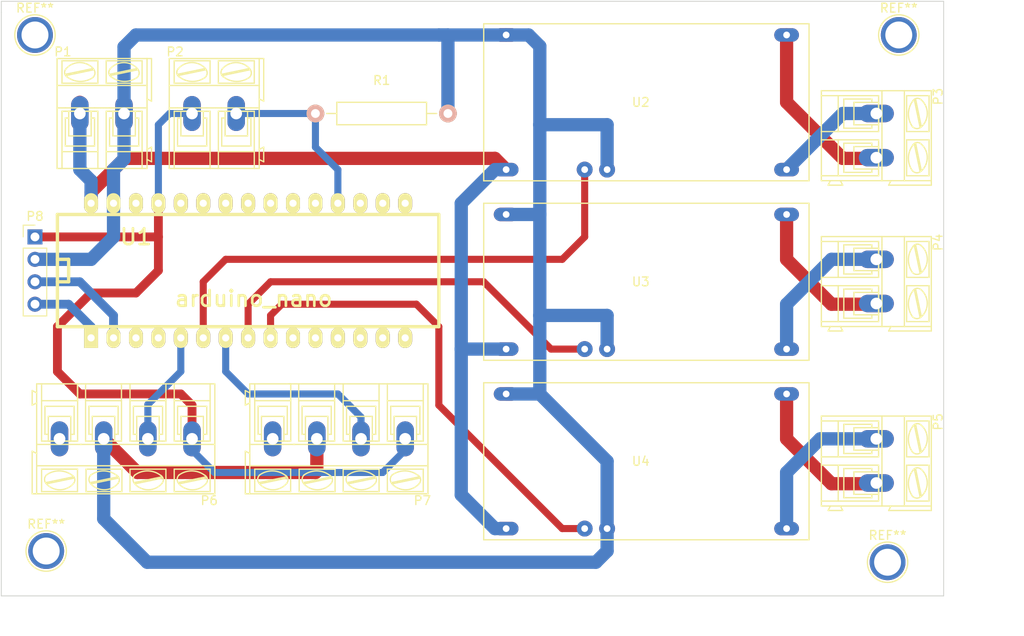
<source format=kicad_pcb>
(kicad_pcb (version 4) (host pcbnew 4.0.7)

  (general
    (links 34)
    (no_connects 0)
    (area 17.729999 57.907 137.39 132.240001)
    (thickness 1.6)
    (drawings 7)
    (tracks 125)
    (zones 0)
    (modules 17)
    (nets 18)
  )

  (page A4)
  (layers
    (0 F.Cu signal)
    (31 B.Cu signal)
    (32 B.Adhes user)
    (33 F.Adhes user)
    (34 B.Paste user)
    (35 F.Paste user)
    (36 B.SilkS user)
    (37 F.SilkS user)
    (38 B.Mask user)
    (39 F.Mask user)
    (40 Dwgs.User user)
    (41 Cmts.User user)
    (42 Eco1.User user)
    (43 Eco2.User user)
    (44 Edge.Cuts user)
    (45 Margin user)
    (46 B.CrtYd user)
    (47 F.CrtYd user)
    (48 B.Fab user)
    (49 F.Fab user)
  )

  (setup
    (last_trace_width 1)
    (trace_clearance 0.254)
    (zone_clearance 0.508)
    (zone_45_only no)
    (trace_min 0.2)
    (segment_width 0.2)
    (edge_width 0.1)
    (via_size 2)
    (via_drill 0.75)
    (via_min_size 0.4)
    (via_min_drill 0.3)
    (uvia_size 2)
    (uvia_drill 1)
    (uvias_allowed no)
    (uvia_min_size 0.2)
    (uvia_min_drill 0.1)
    (pcb_text_width 0.3)
    (pcb_text_size 1.5 1.5)
    (mod_edge_width 0.15)
    (mod_text_size 1 1)
    (mod_text_width 0.15)
    (pad_size 1.9812 3.9624)
    (pad_drill 1.3208)
    (pad_to_mask_clearance 0)
    (aux_axis_origin 0 0)
    (visible_elements 7FFFFFFF)
    (pcbplotparams
      (layerselection 0x010f0_80000001)
      (usegerberextensions false)
      (excludeedgelayer true)
      (linewidth 0.100000)
      (plotframeref false)
      (viasonmask false)
      (mode 1)
      (useauxorigin false)
      (hpglpennumber 1)
      (hpglpenspeed 20)
      (hpglpendiameter 15)
      (hpglpenoverlay 2)
      (psnegative false)
      (psa4output false)
      (plotreference true)
      (plotvalue true)
      (plotinvisibletext false)
      (padsonsilk false)
      (subtractmaskfromsilk false)
      (outputformat 1)
      (mirror false)
      (drillshape 0)
      (scaleselection 1)
      (outputdirectory gerber/))
  )

  (net 0 "")
  (net 1 +12V)
  (net 2 GND)
  (net 3 +5V)
  (net 4 "Net-(P2-Pad2)")
  (net 5 "Net-(P3-Pad1)")
  (net 6 "Net-(P3-Pad2)")
  (net 7 "Net-(P4-Pad1)")
  (net 8 "Net-(P4-Pad2)")
  (net 9 "Net-(P5-Pad1)")
  (net 10 "Net-(P5-Pad2)")
  (net 11 pirInPin1)
  (net 12 pirInPin2)
  (net 13 RX)
  (net 14 TX)
  (net 15 ledPwmPin1)
  (net 16 ledPwmPin2)
  (net 17 ledPwmPin3)

  (net_class Default "This is the default net class."
    (clearance 0.254)
    (trace_width 1)
    (via_dia 2)
    (via_drill 0.75)
    (uvia_dia 2)
    (uvia_drill 1)
    (add_net +5V)
    (add_net "Net-(P2-Pad2)")
    (add_net RX)
    (add_net TX)
    (add_net ledPwmPin1)
    (add_net ledPwmPin2)
    (add_net ledPwmPin3)
    (add_net pirInPin1)
    (add_net pirInPin2)
  )

  (net_class 12V ""
    (clearance 0.5)
    (trace_width 1.5)
    (via_dia 2.5)
    (via_drill 0.75)
    (uvia_dia 2.5)
    (uvia_drill 1.5)
    (add_net +12V)
    (add_net "Net-(P3-Pad2)")
    (add_net "Net-(P4-Pad2)")
    (add_net "Net-(P5-Pad2)")
  )

  (net_class GND ""
    (clearance 0.5)
    (trace_width 1.5)
    (via_dia 2.5)
    (via_drill 0.75)
    (uvia_dia 2.5)
    (uvia_drill 1.5)
    (add_net GND)
    (add_net "Net-(P3-Pad1)")
    (add_net "Net-(P4-Pad1)")
    (add_net "Net-(P5-Pad1)")
  )

  (module lib:LED_Driver_700mA_foot (layer F.Cu) (tedit 5A4CD32C) (tstamp 5A4DE0F7)
    (at 90.17 69.85)
    (path /5A4C9D64)
    (fp_text reference U2 (at 0 0) (layer F.SilkS)
      (effects (font (size 1 1) (thickness 0.15)))
    )
    (fp_text value LED_Driver_700mA (at 0 11.43) (layer F.Fab)
      (effects (font (size 1 1) (thickness 0.15)))
    )
    (fp_line (start -17.78 -8.89) (end 19.05 -8.89) (layer F.SilkS) (width 0.15))
    (fp_line (start 19.05 -8.89) (end 19.05 8.89) (layer F.SilkS) (width 0.15))
    (fp_line (start 19.05 8.89) (end -17.78 8.89) (layer F.SilkS) (width 0.15))
    (fp_line (start -17.78 8.89) (end -17.78 -8.89) (layer F.SilkS) (width 0.15))
    (pad 1 thru_hole oval (at -15.24 7.62) (size 2.8 1.524) (drill 0.762) (layers *.Cu *.Mask)
      (net 1 +12V))
    (pad 2 thru_hole oval (at -15.24 -7.62) (size 2.8 1.524) (drill 0.762) (layers *.Cu *.Mask)
      (net 2 GND))
    (pad 3 thru_hole oval (at 16.51 7.62) (size 2.8 1.524) (drill 0.762) (layers *.Cu *.Mask)
      (net 5 "Net-(P3-Pad1)"))
    (pad 4 thru_hole oval (at 16.51 -7.62) (size 2.8 1.524) (drill 0.762) (layers *.Cu *.Mask)
      (net 6 "Net-(P3-Pad2)"))
    (pad 5 thru_hole circle (at -6.35 7.62) (size 1.8 1.8) (drill 0.762) (layers *.Cu *.Mask)
      (net 15 ledPwmPin1))
    (pad 6 thru_hole circle (at -3.81 7.62) (size 1.8 1.8) (drill 0.762) (layers *.Cu *.Mask)
      (net 2 GND))
  )

  (module Connectors:AK300-2 (layer F.Cu) (tedit 5A4F6DD8) (tstamp 5A4DE08A)
    (at 26.67 71.12)
    (descr CONNECTOR)
    (tags CONNECTOR)
    (path /55FFC574)
    (attr virtual)
    (fp_text reference P1 (at -1.92 -6.985) (layer F.SilkS)
      (effects (font (size 1 1) (thickness 0.15)))
    )
    (fp_text value "Power input" (at 2.779 7.747) (layer F.Fab)
      (effects (font (size 1 1) (thickness 0.15)))
    )
    (fp_line (start 8.363 -6.473) (end -2.83 -6.473) (layer F.CrtYd) (width 0.05))
    (fp_line (start 8.363 6.473) (end 8.363 -6.473) (layer F.CrtYd) (width 0.05))
    (fp_line (start -2.83 6.473) (end 8.363 6.473) (layer F.CrtYd) (width 0.05))
    (fp_line (start -2.83 -6.473) (end -2.83 6.473) (layer F.CrtYd) (width 0.05))
    (fp_line (start -1.2596 2.54) (end 1.2804 2.54) (layer F.SilkS) (width 0.15))
    (fp_line (start 1.2804 2.54) (end 1.2804 -0.254) (layer F.SilkS) (width 0.15))
    (fp_line (start -1.2596 -0.254) (end 1.2804 -0.254) (layer F.SilkS) (width 0.15))
    (fp_line (start -1.2596 2.54) (end -1.2596 -0.254) (layer F.SilkS) (width 0.15))
    (fp_line (start 3.7442 2.54) (end 6.2842 2.54) (layer F.SilkS) (width 0.15))
    (fp_line (start 6.2842 2.54) (end 6.2842 -0.254) (layer F.SilkS) (width 0.15))
    (fp_line (start 3.7442 -0.254) (end 6.2842 -0.254) (layer F.SilkS) (width 0.15))
    (fp_line (start 3.7442 2.54) (end 3.7442 -0.254) (layer F.SilkS) (width 0.15))
    (fp_line (start 7.605 -6.223) (end 7.605 -3.175) (layer F.SilkS) (width 0.15))
    (fp_line (start 7.605 -6.223) (end -2.58 -6.223) (layer F.SilkS) (width 0.15))
    (fp_line (start 7.605 -6.223) (end 8.113 -6.223) (layer F.SilkS) (width 0.15))
    (fp_line (start 8.113 -6.223) (end 8.113 -1.397) (layer F.SilkS) (width 0.15))
    (fp_line (start 8.113 -1.397) (end 7.605 -1.651) (layer F.SilkS) (width 0.15))
    (fp_line (start 8.113 5.461) (end 7.605 5.207) (layer F.SilkS) (width 0.15))
    (fp_line (start 7.605 5.207) (end 7.605 6.223) (layer F.SilkS) (width 0.15))
    (fp_line (start 8.113 3.81) (end 7.605 4.064) (layer F.SilkS) (width 0.15))
    (fp_line (start 7.605 4.064) (end 7.605 5.207) (layer F.SilkS) (width 0.15))
    (fp_line (start 8.113 3.81) (end 8.113 5.461) (layer F.SilkS) (width 0.15))
    (fp_line (start 2.9822 6.223) (end 2.9822 4.318) (layer F.SilkS) (width 0.15))
    (fp_line (start 7.0462 -0.254) (end 7.0462 4.318) (layer F.SilkS) (width 0.15))
    (fp_line (start 2.9822 6.223) (end 7.0462 6.223) (layer F.SilkS) (width 0.15))
    (fp_line (start 7.0462 6.223) (end 7.605 6.223) (layer F.SilkS) (width 0.15))
    (fp_line (start 2.0424 6.223) (end 2.0424 4.318) (layer F.SilkS) (width 0.15))
    (fp_line (start 2.0424 6.223) (end 2.9822 6.223) (layer F.SilkS) (width 0.15))
    (fp_line (start -2.0216 -0.254) (end -2.0216 4.318) (layer F.SilkS) (width 0.15))
    (fp_line (start -2.58 6.223) (end -2.0216 6.223) (layer F.SilkS) (width 0.15))
    (fp_line (start -2.0216 6.223) (end 2.0424 6.223) (layer F.SilkS) (width 0.15))
    (fp_line (start 2.9822 4.318) (end 7.0462 4.318) (layer F.SilkS) (width 0.15))
    (fp_line (start 2.9822 4.318) (end 2.9822 -0.254) (layer F.SilkS) (width 0.15))
    (fp_line (start 7.0462 4.318) (end 7.0462 6.223) (layer F.SilkS) (width 0.15))
    (fp_line (start 2.0424 4.318) (end -2.0216 4.318) (layer F.SilkS) (width 0.15))
    (fp_line (start 2.0424 4.318) (end 2.0424 -0.254) (layer F.SilkS) (width 0.15))
    (fp_line (start -2.0216 4.318) (end -2.0216 6.223) (layer F.SilkS) (width 0.15))
    (fp_line (start 6.6652 3.683) (end 6.6652 0.508) (layer F.SilkS) (width 0.15))
    (fp_line (start 6.6652 3.683) (end 3.3632 3.683) (layer F.SilkS) (width 0.15))
    (fp_line (start 3.3632 3.683) (end 3.3632 0.508) (layer F.SilkS) (width 0.15))
    (fp_line (start 1.6614 3.683) (end 1.6614 0.508) (layer F.SilkS) (width 0.15))
    (fp_line (start 1.6614 3.683) (end -1.6406 3.683) (layer F.SilkS) (width 0.15))
    (fp_line (start -1.6406 3.683) (end -1.6406 0.508) (layer F.SilkS) (width 0.15))
    (fp_line (start -1.6406 0.508) (end -1.2596 0.508) (layer F.SilkS) (width 0.15))
    (fp_line (start 1.6614 0.508) (end 1.2804 0.508) (layer F.SilkS) (width 0.15))
    (fp_line (start 3.3632 0.508) (end 3.7442 0.508) (layer F.SilkS) (width 0.15))
    (fp_line (start 6.6652 0.508) (end 6.2842 0.508) (layer F.SilkS) (width 0.15))
    (fp_line (start -2.58 6.223) (end -2.58 -0.635) (layer F.SilkS) (width 0.15))
    (fp_line (start -2.58 -0.635) (end -2.58 -3.175) (layer F.SilkS) (width 0.15))
    (fp_line (start 7.605 -1.651) (end 7.605 -0.635) (layer F.SilkS) (width 0.15))
    (fp_line (start 7.605 -0.635) (end 7.605 4.064) (layer F.SilkS) (width 0.15))
    (fp_line (start -2.58 -3.175) (end 7.605 -3.175) (layer F.SilkS) (width 0.15))
    (fp_line (start -2.58 -3.175) (end -2.58 -6.223) (layer F.SilkS) (width 0.15))
    (fp_line (start 7.605 -3.175) (end 7.605 -1.651) (layer F.SilkS) (width 0.15))
    (fp_line (start 2.9822 -3.429) (end 2.9822 -5.969) (layer F.SilkS) (width 0.15))
    (fp_line (start 2.9822 -5.969) (end 7.0462 -5.969) (layer F.SilkS) (width 0.15))
    (fp_line (start 7.0462 -5.969) (end 7.0462 -3.429) (layer F.SilkS) (width 0.15))
    (fp_line (start 7.0462 -3.429) (end 2.9822 -3.429) (layer F.SilkS) (width 0.15))
    (fp_line (start 2.0424 -3.429) (end 2.0424 -5.969) (layer F.SilkS) (width 0.15))
    (fp_line (start 2.0424 -3.429) (end -2.0216 -3.429) (layer F.SilkS) (width 0.15))
    (fp_line (start -2.0216 -3.429) (end -2.0216 -5.969) (layer F.SilkS) (width 0.15))
    (fp_line (start 2.0424 -5.969) (end -2.0216 -5.969) (layer F.SilkS) (width 0.15))
    (fp_line (start 3.3886 -4.445) (end 6.4366 -5.08) (layer F.SilkS) (width 0.15))
    (fp_line (start 3.5156 -4.318) (end 6.5636 -4.953) (layer F.SilkS) (width 0.15))
    (fp_line (start -1.6152 -4.445) (end 1.43534 -5.08) (layer F.SilkS) (width 0.15))
    (fp_line (start -1.4882 -4.318) (end 1.5598 -4.953) (layer F.SilkS) (width 0.15))
    (fp_line (start -2.0216 -0.254) (end -1.6406 -0.254) (layer F.SilkS) (width 0.15))
    (fp_line (start 2.0424 -0.254) (end 1.6614 -0.254) (layer F.SilkS) (width 0.15))
    (fp_line (start 1.6614 -0.254) (end -1.6406 -0.254) (layer F.SilkS) (width 0.15))
    (fp_line (start -2.58 -0.635) (end -1.6406 -0.635) (layer F.SilkS) (width 0.15))
    (fp_line (start -1.6406 -0.635) (end 1.6614 -0.635) (layer F.SilkS) (width 0.15))
    (fp_line (start 1.6614 -0.635) (end 3.3632 -0.635) (layer F.SilkS) (width 0.15))
    (fp_line (start 7.605 -0.635) (end 6.6652 -0.635) (layer F.SilkS) (width 0.15))
    (fp_line (start 6.6652 -0.635) (end 3.3632 -0.635) (layer F.SilkS) (width 0.15))
    (fp_line (start 7.0462 -0.254) (end 6.6652 -0.254) (layer F.SilkS) (width 0.15))
    (fp_line (start 2.9822 -0.254) (end 3.3632 -0.254) (layer F.SilkS) (width 0.15))
    (fp_line (start 3.3632 -0.254) (end 6.6652 -0.254) (layer F.SilkS) (width 0.15))
    (fp_arc (start 6.0302 -4.59486) (end 6.53566 -5.05206) (angle 90.5) (layer F.SilkS) (width 0.15))
    (fp_arc (start 5.065 -6.0706) (end 6.52804 -4.11734) (angle 75.5) (layer F.SilkS) (width 0.15))
    (fp_arc (start 4.98626 -3.7084) (end 3.3886 -5.0038) (angle 100) (layer F.SilkS) (width 0.15))
    (fp_arc (start 3.8712 -4.64566) (end 3.58164 -4.1275) (angle 104.2) (layer F.SilkS) (width 0.15))
    (fp_arc (start 1.0264 -4.59486) (end 1.5344 -5.05206) (angle 90.5) (layer F.SilkS) (width 0.15))
    (fp_arc (start 0.06374 -6.0706) (end 1.52678 -4.11734) (angle 75.5) (layer F.SilkS) (width 0.15))
    (fp_arc (start -0.01246 -3.7084) (end -1.6152 -5.0038) (angle 100) (layer F.SilkS) (width 0.15))
    (fp_arc (start -1.1326 -4.64566) (end -1.41962 -4.1275) (angle 104.2) (layer F.SilkS) (width 0.15))
    (pad 1 thru_hole oval (at 0 0) (size 1.9812 3.9624) (drill 1.3208) (layers *.Cu *.Mask F.Paste)
      (net 1 +12V))
    (pad 2 thru_hole oval (at 5 0) (size 1.9812 3.9624) (drill 1.3208) (layers *.Cu *.Mask F.Paste)
      (net 2 GND))
  )

  (module Connectors:AK300-2 (layer F.Cu) (tedit 5A4F6DE7) (tstamp 5A4DE090)
    (at 39.37 71.12)
    (descr CONNECTOR)
    (tags CONNECTOR)
    (path /5555E2DF)
    (attr virtual)
    (fp_text reference P2 (at -1.92 -6.985) (layer F.SilkS)
      (effects (font (size 1 1) (thickness 0.15)))
    )
    (fp_text value "LDR connector" (at 2.779 7.747) (layer F.Fab)
      (effects (font (size 1 1) (thickness 0.15)))
    )
    (fp_line (start 8.363 -6.473) (end -2.83 -6.473) (layer F.CrtYd) (width 0.05))
    (fp_line (start 8.363 6.473) (end 8.363 -6.473) (layer F.CrtYd) (width 0.05))
    (fp_line (start -2.83 6.473) (end 8.363 6.473) (layer F.CrtYd) (width 0.05))
    (fp_line (start -2.83 -6.473) (end -2.83 6.473) (layer F.CrtYd) (width 0.05))
    (fp_line (start -1.2596 2.54) (end 1.2804 2.54) (layer F.SilkS) (width 0.15))
    (fp_line (start 1.2804 2.54) (end 1.2804 -0.254) (layer F.SilkS) (width 0.15))
    (fp_line (start -1.2596 -0.254) (end 1.2804 -0.254) (layer F.SilkS) (width 0.15))
    (fp_line (start -1.2596 2.54) (end -1.2596 -0.254) (layer F.SilkS) (width 0.15))
    (fp_line (start 3.7442 2.54) (end 6.2842 2.54) (layer F.SilkS) (width 0.15))
    (fp_line (start 6.2842 2.54) (end 6.2842 -0.254) (layer F.SilkS) (width 0.15))
    (fp_line (start 3.7442 -0.254) (end 6.2842 -0.254) (layer F.SilkS) (width 0.15))
    (fp_line (start 3.7442 2.54) (end 3.7442 -0.254) (layer F.SilkS) (width 0.15))
    (fp_line (start 7.605 -6.223) (end 7.605 -3.175) (layer F.SilkS) (width 0.15))
    (fp_line (start 7.605 -6.223) (end -2.58 -6.223) (layer F.SilkS) (width 0.15))
    (fp_line (start 7.605 -6.223) (end 8.113 -6.223) (layer F.SilkS) (width 0.15))
    (fp_line (start 8.113 -6.223) (end 8.113 -1.397) (layer F.SilkS) (width 0.15))
    (fp_line (start 8.113 -1.397) (end 7.605 -1.651) (layer F.SilkS) (width 0.15))
    (fp_line (start 8.113 5.461) (end 7.605 5.207) (layer F.SilkS) (width 0.15))
    (fp_line (start 7.605 5.207) (end 7.605 6.223) (layer F.SilkS) (width 0.15))
    (fp_line (start 8.113 3.81) (end 7.605 4.064) (layer F.SilkS) (width 0.15))
    (fp_line (start 7.605 4.064) (end 7.605 5.207) (layer F.SilkS) (width 0.15))
    (fp_line (start 8.113 3.81) (end 8.113 5.461) (layer F.SilkS) (width 0.15))
    (fp_line (start 2.9822 6.223) (end 2.9822 4.318) (layer F.SilkS) (width 0.15))
    (fp_line (start 7.0462 -0.254) (end 7.0462 4.318) (layer F.SilkS) (width 0.15))
    (fp_line (start 2.9822 6.223) (end 7.0462 6.223) (layer F.SilkS) (width 0.15))
    (fp_line (start 7.0462 6.223) (end 7.605 6.223) (layer F.SilkS) (width 0.15))
    (fp_line (start 2.0424 6.223) (end 2.0424 4.318) (layer F.SilkS) (width 0.15))
    (fp_line (start 2.0424 6.223) (end 2.9822 6.223) (layer F.SilkS) (width 0.15))
    (fp_line (start -2.0216 -0.254) (end -2.0216 4.318) (layer F.SilkS) (width 0.15))
    (fp_line (start -2.58 6.223) (end -2.0216 6.223) (layer F.SilkS) (width 0.15))
    (fp_line (start -2.0216 6.223) (end 2.0424 6.223) (layer F.SilkS) (width 0.15))
    (fp_line (start 2.9822 4.318) (end 7.0462 4.318) (layer F.SilkS) (width 0.15))
    (fp_line (start 2.9822 4.318) (end 2.9822 -0.254) (layer F.SilkS) (width 0.15))
    (fp_line (start 7.0462 4.318) (end 7.0462 6.223) (layer F.SilkS) (width 0.15))
    (fp_line (start 2.0424 4.318) (end -2.0216 4.318) (layer F.SilkS) (width 0.15))
    (fp_line (start 2.0424 4.318) (end 2.0424 -0.254) (layer F.SilkS) (width 0.15))
    (fp_line (start -2.0216 4.318) (end -2.0216 6.223) (layer F.SilkS) (width 0.15))
    (fp_line (start 6.6652 3.683) (end 6.6652 0.508) (layer F.SilkS) (width 0.15))
    (fp_line (start 6.6652 3.683) (end 3.3632 3.683) (layer F.SilkS) (width 0.15))
    (fp_line (start 3.3632 3.683) (end 3.3632 0.508) (layer F.SilkS) (width 0.15))
    (fp_line (start 1.6614 3.683) (end 1.6614 0.508) (layer F.SilkS) (width 0.15))
    (fp_line (start 1.6614 3.683) (end -1.6406 3.683) (layer F.SilkS) (width 0.15))
    (fp_line (start -1.6406 3.683) (end -1.6406 0.508) (layer F.SilkS) (width 0.15))
    (fp_line (start -1.6406 0.508) (end -1.2596 0.508) (layer F.SilkS) (width 0.15))
    (fp_line (start 1.6614 0.508) (end 1.2804 0.508) (layer F.SilkS) (width 0.15))
    (fp_line (start 3.3632 0.508) (end 3.7442 0.508) (layer F.SilkS) (width 0.15))
    (fp_line (start 6.6652 0.508) (end 6.2842 0.508) (layer F.SilkS) (width 0.15))
    (fp_line (start -2.58 6.223) (end -2.58 -0.635) (layer F.SilkS) (width 0.15))
    (fp_line (start -2.58 -0.635) (end -2.58 -3.175) (layer F.SilkS) (width 0.15))
    (fp_line (start 7.605 -1.651) (end 7.605 -0.635) (layer F.SilkS) (width 0.15))
    (fp_line (start 7.605 -0.635) (end 7.605 4.064) (layer F.SilkS) (width 0.15))
    (fp_line (start -2.58 -3.175) (end 7.605 -3.175) (layer F.SilkS) (width 0.15))
    (fp_line (start -2.58 -3.175) (end -2.58 -6.223) (layer F.SilkS) (width 0.15))
    (fp_line (start 7.605 -3.175) (end 7.605 -1.651) (layer F.SilkS) (width 0.15))
    (fp_line (start 2.9822 -3.429) (end 2.9822 -5.969) (layer F.SilkS) (width 0.15))
    (fp_line (start 2.9822 -5.969) (end 7.0462 -5.969) (layer F.SilkS) (width 0.15))
    (fp_line (start 7.0462 -5.969) (end 7.0462 -3.429) (layer F.SilkS) (width 0.15))
    (fp_line (start 7.0462 -3.429) (end 2.9822 -3.429) (layer F.SilkS) (width 0.15))
    (fp_line (start 2.0424 -3.429) (end 2.0424 -5.969) (layer F.SilkS) (width 0.15))
    (fp_line (start 2.0424 -3.429) (end -2.0216 -3.429) (layer F.SilkS) (width 0.15))
    (fp_line (start -2.0216 -3.429) (end -2.0216 -5.969) (layer F.SilkS) (width 0.15))
    (fp_line (start 2.0424 -5.969) (end -2.0216 -5.969) (layer F.SilkS) (width 0.15))
    (fp_line (start 3.3886 -4.445) (end 6.4366 -5.08) (layer F.SilkS) (width 0.15))
    (fp_line (start 3.5156 -4.318) (end 6.5636 -4.953) (layer F.SilkS) (width 0.15))
    (fp_line (start -1.6152 -4.445) (end 1.43534 -5.08) (layer F.SilkS) (width 0.15))
    (fp_line (start -1.4882 -4.318) (end 1.5598 -4.953) (layer F.SilkS) (width 0.15))
    (fp_line (start -2.0216 -0.254) (end -1.6406 -0.254) (layer F.SilkS) (width 0.15))
    (fp_line (start 2.0424 -0.254) (end 1.6614 -0.254) (layer F.SilkS) (width 0.15))
    (fp_line (start 1.6614 -0.254) (end -1.6406 -0.254) (layer F.SilkS) (width 0.15))
    (fp_line (start -2.58 -0.635) (end -1.6406 -0.635) (layer F.SilkS) (width 0.15))
    (fp_line (start -1.6406 -0.635) (end 1.6614 -0.635) (layer F.SilkS) (width 0.15))
    (fp_line (start 1.6614 -0.635) (end 3.3632 -0.635) (layer F.SilkS) (width 0.15))
    (fp_line (start 7.605 -0.635) (end 6.6652 -0.635) (layer F.SilkS) (width 0.15))
    (fp_line (start 6.6652 -0.635) (end 3.3632 -0.635) (layer F.SilkS) (width 0.15))
    (fp_line (start 7.0462 -0.254) (end 6.6652 -0.254) (layer F.SilkS) (width 0.15))
    (fp_line (start 2.9822 -0.254) (end 3.3632 -0.254) (layer F.SilkS) (width 0.15))
    (fp_line (start 3.3632 -0.254) (end 6.6652 -0.254) (layer F.SilkS) (width 0.15))
    (fp_arc (start 6.0302 -4.59486) (end 6.53566 -5.05206) (angle 90.5) (layer F.SilkS) (width 0.15))
    (fp_arc (start 5.065 -6.0706) (end 6.52804 -4.11734) (angle 75.5) (layer F.SilkS) (width 0.15))
    (fp_arc (start 4.98626 -3.7084) (end 3.3886 -5.0038) (angle 100) (layer F.SilkS) (width 0.15))
    (fp_arc (start 3.8712 -4.64566) (end 3.58164 -4.1275) (angle 104.2) (layer F.SilkS) (width 0.15))
    (fp_arc (start 1.0264 -4.59486) (end 1.5344 -5.05206) (angle 90.5) (layer F.SilkS) (width 0.15))
    (fp_arc (start 0.06374 -6.0706) (end 1.52678 -4.11734) (angle 75.5) (layer F.SilkS) (width 0.15))
    (fp_arc (start -0.01246 -3.7084) (end -1.6152 -5.0038) (angle 100) (layer F.SilkS) (width 0.15))
    (fp_arc (start -1.1326 -4.64566) (end -1.41962 -4.1275) (angle 104.2) (layer F.SilkS) (width 0.15))
    (pad 1 thru_hole oval (at 0 0) (size 1.9812 3.9624) (drill 1.3208) (layers *.Cu *.Mask F.Paste)
      (net 3 +5V))
    (pad 2 thru_hole oval (at 5 0) (size 1.9812 3.9624) (drill 1.3208) (layers *.Cu *.Mask F.Paste)
      (net 4 "Net-(P2-Pad2)"))
  )

  (module Connectors:AK300-2 (layer F.Cu) (tedit 5A4F6E00) (tstamp 5A4DE096)
    (at 116.84 71.12 270)
    (descr CONNECTOR)
    (tags CONNECTOR)
    (path /55FFD4B0)
    (attr virtual)
    (fp_text reference P3 (at -1.92 -6.985 270) (layer F.SilkS)
      (effects (font (size 1 1) (thickness 0.15)))
    )
    (fp_text value "LED 1" (at 2.779 7.747 270) (layer F.Fab)
      (effects (font (size 1 1) (thickness 0.15)))
    )
    (fp_line (start 8.363 -6.473) (end -2.83 -6.473) (layer F.CrtYd) (width 0.05))
    (fp_line (start 8.363 6.473) (end 8.363 -6.473) (layer F.CrtYd) (width 0.05))
    (fp_line (start -2.83 6.473) (end 8.363 6.473) (layer F.CrtYd) (width 0.05))
    (fp_line (start -2.83 -6.473) (end -2.83 6.473) (layer F.CrtYd) (width 0.05))
    (fp_line (start -1.2596 2.54) (end 1.2804 2.54) (layer F.SilkS) (width 0.15))
    (fp_line (start 1.2804 2.54) (end 1.2804 -0.254) (layer F.SilkS) (width 0.15))
    (fp_line (start -1.2596 -0.254) (end 1.2804 -0.254) (layer F.SilkS) (width 0.15))
    (fp_line (start -1.2596 2.54) (end -1.2596 -0.254) (layer F.SilkS) (width 0.15))
    (fp_line (start 3.7442 2.54) (end 6.2842 2.54) (layer F.SilkS) (width 0.15))
    (fp_line (start 6.2842 2.54) (end 6.2842 -0.254) (layer F.SilkS) (width 0.15))
    (fp_line (start 3.7442 -0.254) (end 6.2842 -0.254) (layer F.SilkS) (width 0.15))
    (fp_line (start 3.7442 2.54) (end 3.7442 -0.254) (layer F.SilkS) (width 0.15))
    (fp_line (start 7.605 -6.223) (end 7.605 -3.175) (layer F.SilkS) (width 0.15))
    (fp_line (start 7.605 -6.223) (end -2.58 -6.223) (layer F.SilkS) (width 0.15))
    (fp_line (start 7.605 -6.223) (end 8.113 -6.223) (layer F.SilkS) (width 0.15))
    (fp_line (start 8.113 -6.223) (end 8.113 -1.397) (layer F.SilkS) (width 0.15))
    (fp_line (start 8.113 -1.397) (end 7.605 -1.651) (layer F.SilkS) (width 0.15))
    (fp_line (start 8.113 5.461) (end 7.605 5.207) (layer F.SilkS) (width 0.15))
    (fp_line (start 7.605 5.207) (end 7.605 6.223) (layer F.SilkS) (width 0.15))
    (fp_line (start 8.113 3.81) (end 7.605 4.064) (layer F.SilkS) (width 0.15))
    (fp_line (start 7.605 4.064) (end 7.605 5.207) (layer F.SilkS) (width 0.15))
    (fp_line (start 8.113 3.81) (end 8.113 5.461) (layer F.SilkS) (width 0.15))
    (fp_line (start 2.9822 6.223) (end 2.9822 4.318) (layer F.SilkS) (width 0.15))
    (fp_line (start 7.0462 -0.254) (end 7.0462 4.318) (layer F.SilkS) (width 0.15))
    (fp_line (start 2.9822 6.223) (end 7.0462 6.223) (layer F.SilkS) (width 0.15))
    (fp_line (start 7.0462 6.223) (end 7.605 6.223) (layer F.SilkS) (width 0.15))
    (fp_line (start 2.0424 6.223) (end 2.0424 4.318) (layer F.SilkS) (width 0.15))
    (fp_line (start 2.0424 6.223) (end 2.9822 6.223) (layer F.SilkS) (width 0.15))
    (fp_line (start -2.0216 -0.254) (end -2.0216 4.318) (layer F.SilkS) (width 0.15))
    (fp_line (start -2.58 6.223) (end -2.0216 6.223) (layer F.SilkS) (width 0.15))
    (fp_line (start -2.0216 6.223) (end 2.0424 6.223) (layer F.SilkS) (width 0.15))
    (fp_line (start 2.9822 4.318) (end 7.0462 4.318) (layer F.SilkS) (width 0.15))
    (fp_line (start 2.9822 4.318) (end 2.9822 -0.254) (layer F.SilkS) (width 0.15))
    (fp_line (start 7.0462 4.318) (end 7.0462 6.223) (layer F.SilkS) (width 0.15))
    (fp_line (start 2.0424 4.318) (end -2.0216 4.318) (layer F.SilkS) (width 0.15))
    (fp_line (start 2.0424 4.318) (end 2.0424 -0.254) (layer F.SilkS) (width 0.15))
    (fp_line (start -2.0216 4.318) (end -2.0216 6.223) (layer F.SilkS) (width 0.15))
    (fp_line (start 6.6652 3.683) (end 6.6652 0.508) (layer F.SilkS) (width 0.15))
    (fp_line (start 6.6652 3.683) (end 3.3632 3.683) (layer F.SilkS) (width 0.15))
    (fp_line (start 3.3632 3.683) (end 3.3632 0.508) (layer F.SilkS) (width 0.15))
    (fp_line (start 1.6614 3.683) (end 1.6614 0.508) (layer F.SilkS) (width 0.15))
    (fp_line (start 1.6614 3.683) (end -1.6406 3.683) (layer F.SilkS) (width 0.15))
    (fp_line (start -1.6406 3.683) (end -1.6406 0.508) (layer F.SilkS) (width 0.15))
    (fp_line (start -1.6406 0.508) (end -1.2596 0.508) (layer F.SilkS) (width 0.15))
    (fp_line (start 1.6614 0.508) (end 1.2804 0.508) (layer F.SilkS) (width 0.15))
    (fp_line (start 3.3632 0.508) (end 3.7442 0.508) (layer F.SilkS) (width 0.15))
    (fp_line (start 6.6652 0.508) (end 6.2842 0.508) (layer F.SilkS) (width 0.15))
    (fp_line (start -2.58 6.223) (end -2.58 -0.635) (layer F.SilkS) (width 0.15))
    (fp_line (start -2.58 -0.635) (end -2.58 -3.175) (layer F.SilkS) (width 0.15))
    (fp_line (start 7.605 -1.651) (end 7.605 -0.635) (layer F.SilkS) (width 0.15))
    (fp_line (start 7.605 -0.635) (end 7.605 4.064) (layer F.SilkS) (width 0.15))
    (fp_line (start -2.58 -3.175) (end 7.605 -3.175) (layer F.SilkS) (width 0.15))
    (fp_line (start -2.58 -3.175) (end -2.58 -6.223) (layer F.SilkS) (width 0.15))
    (fp_line (start 7.605 -3.175) (end 7.605 -1.651) (layer F.SilkS) (width 0.15))
    (fp_line (start 2.9822 -3.429) (end 2.9822 -5.969) (layer F.SilkS) (width 0.15))
    (fp_line (start 2.9822 -5.969) (end 7.0462 -5.969) (layer F.SilkS) (width 0.15))
    (fp_line (start 7.0462 -5.969) (end 7.0462 -3.429) (layer F.SilkS) (width 0.15))
    (fp_line (start 7.0462 -3.429) (end 2.9822 -3.429) (layer F.SilkS) (width 0.15))
    (fp_line (start 2.0424 -3.429) (end 2.0424 -5.969) (layer F.SilkS) (width 0.15))
    (fp_line (start 2.0424 -3.429) (end -2.0216 -3.429) (layer F.SilkS) (width 0.15))
    (fp_line (start -2.0216 -3.429) (end -2.0216 -5.969) (layer F.SilkS) (width 0.15))
    (fp_line (start 2.0424 -5.969) (end -2.0216 -5.969) (layer F.SilkS) (width 0.15))
    (fp_line (start 3.3886 -4.445) (end 6.4366 -5.08) (layer F.SilkS) (width 0.15))
    (fp_line (start 3.5156 -4.318) (end 6.5636 -4.953) (layer F.SilkS) (width 0.15))
    (fp_line (start -1.6152 -4.445) (end 1.43534 -5.08) (layer F.SilkS) (width 0.15))
    (fp_line (start -1.4882 -4.318) (end 1.5598 -4.953) (layer F.SilkS) (width 0.15))
    (fp_line (start -2.0216 -0.254) (end -1.6406 -0.254) (layer F.SilkS) (width 0.15))
    (fp_line (start 2.0424 -0.254) (end 1.6614 -0.254) (layer F.SilkS) (width 0.15))
    (fp_line (start 1.6614 -0.254) (end -1.6406 -0.254) (layer F.SilkS) (width 0.15))
    (fp_line (start -2.58 -0.635) (end -1.6406 -0.635) (layer F.SilkS) (width 0.15))
    (fp_line (start -1.6406 -0.635) (end 1.6614 -0.635) (layer F.SilkS) (width 0.15))
    (fp_line (start 1.6614 -0.635) (end 3.3632 -0.635) (layer F.SilkS) (width 0.15))
    (fp_line (start 7.605 -0.635) (end 6.6652 -0.635) (layer F.SilkS) (width 0.15))
    (fp_line (start 6.6652 -0.635) (end 3.3632 -0.635) (layer F.SilkS) (width 0.15))
    (fp_line (start 7.0462 -0.254) (end 6.6652 -0.254) (layer F.SilkS) (width 0.15))
    (fp_line (start 2.9822 -0.254) (end 3.3632 -0.254) (layer F.SilkS) (width 0.15))
    (fp_line (start 3.3632 -0.254) (end 6.6652 -0.254) (layer F.SilkS) (width 0.15))
    (fp_arc (start 6.0302 -4.59486) (end 6.53566 -5.05206) (angle 90.5) (layer F.SilkS) (width 0.15))
    (fp_arc (start 5.065 -6.0706) (end 6.52804 -4.11734) (angle 75.5) (layer F.SilkS) (width 0.15))
    (fp_arc (start 4.98626 -3.7084) (end 3.3886 -5.0038) (angle 100) (layer F.SilkS) (width 0.15))
    (fp_arc (start 3.8712 -4.64566) (end 3.58164 -4.1275) (angle 104.2) (layer F.SilkS) (width 0.15))
    (fp_arc (start 1.0264 -4.59486) (end 1.5344 -5.05206) (angle 90.5) (layer F.SilkS) (width 0.15))
    (fp_arc (start 0.06374 -6.0706) (end 1.52678 -4.11734) (angle 75.5) (layer F.SilkS) (width 0.15))
    (fp_arc (start -0.01246 -3.7084) (end -1.6152 -5.0038) (angle 100) (layer F.SilkS) (width 0.15))
    (fp_arc (start -1.1326 -4.64566) (end -1.41962 -4.1275) (angle 104.2) (layer F.SilkS) (width 0.15))
    (pad 1 thru_hole oval (at 0 0 270) (size 1.9812 3.9624) (drill 1.3208) (layers *.Cu *.Mask F.Paste)
      (net 5 "Net-(P3-Pad1)"))
    (pad 2 thru_hole oval (at 5 0 270) (size 1.9812 3.9624) (drill 1.3208) (layers *.Cu *.Mask F.Paste)
      (net 6 "Net-(P3-Pad2)"))
  )

  (module Connectors:AK300-2 (layer F.Cu) (tedit 5A4F6E49) (tstamp 5A4DE09C)
    (at 116.84 87.63 270)
    (descr CONNECTOR)
    (tags CONNECTOR)
    (path /55FFD727)
    (attr virtual)
    (fp_text reference P4 (at -1.92 -6.985 270) (layer F.SilkS)
      (effects (font (size 1 1) (thickness 0.15)))
    )
    (fp_text value "LED 2" (at 2.779 7.747 270) (layer F.Fab)
      (effects (font (size 1 1) (thickness 0.15)))
    )
    (fp_line (start 8.363 -6.473) (end -2.83 -6.473) (layer F.CrtYd) (width 0.05))
    (fp_line (start 8.363 6.473) (end 8.363 -6.473) (layer F.CrtYd) (width 0.05))
    (fp_line (start -2.83 6.473) (end 8.363 6.473) (layer F.CrtYd) (width 0.05))
    (fp_line (start -2.83 -6.473) (end -2.83 6.473) (layer F.CrtYd) (width 0.05))
    (fp_line (start -1.2596 2.54) (end 1.2804 2.54) (layer F.SilkS) (width 0.15))
    (fp_line (start 1.2804 2.54) (end 1.2804 -0.254) (layer F.SilkS) (width 0.15))
    (fp_line (start -1.2596 -0.254) (end 1.2804 -0.254) (layer F.SilkS) (width 0.15))
    (fp_line (start -1.2596 2.54) (end -1.2596 -0.254) (layer F.SilkS) (width 0.15))
    (fp_line (start 3.7442 2.54) (end 6.2842 2.54) (layer F.SilkS) (width 0.15))
    (fp_line (start 6.2842 2.54) (end 6.2842 -0.254) (layer F.SilkS) (width 0.15))
    (fp_line (start 3.7442 -0.254) (end 6.2842 -0.254) (layer F.SilkS) (width 0.15))
    (fp_line (start 3.7442 2.54) (end 3.7442 -0.254) (layer F.SilkS) (width 0.15))
    (fp_line (start 7.605 -6.223) (end 7.605 -3.175) (layer F.SilkS) (width 0.15))
    (fp_line (start 7.605 -6.223) (end -2.58 -6.223) (layer F.SilkS) (width 0.15))
    (fp_line (start 7.605 -6.223) (end 8.113 -6.223) (layer F.SilkS) (width 0.15))
    (fp_line (start 8.113 -6.223) (end 8.113 -1.397) (layer F.SilkS) (width 0.15))
    (fp_line (start 8.113 -1.397) (end 7.605 -1.651) (layer F.SilkS) (width 0.15))
    (fp_line (start 8.113 5.461) (end 7.605 5.207) (layer F.SilkS) (width 0.15))
    (fp_line (start 7.605 5.207) (end 7.605 6.223) (layer F.SilkS) (width 0.15))
    (fp_line (start 8.113 3.81) (end 7.605 4.064) (layer F.SilkS) (width 0.15))
    (fp_line (start 7.605 4.064) (end 7.605 5.207) (layer F.SilkS) (width 0.15))
    (fp_line (start 8.113 3.81) (end 8.113 5.461) (layer F.SilkS) (width 0.15))
    (fp_line (start 2.9822 6.223) (end 2.9822 4.318) (layer F.SilkS) (width 0.15))
    (fp_line (start 7.0462 -0.254) (end 7.0462 4.318) (layer F.SilkS) (width 0.15))
    (fp_line (start 2.9822 6.223) (end 7.0462 6.223) (layer F.SilkS) (width 0.15))
    (fp_line (start 7.0462 6.223) (end 7.605 6.223) (layer F.SilkS) (width 0.15))
    (fp_line (start 2.0424 6.223) (end 2.0424 4.318) (layer F.SilkS) (width 0.15))
    (fp_line (start 2.0424 6.223) (end 2.9822 6.223) (layer F.SilkS) (width 0.15))
    (fp_line (start -2.0216 -0.254) (end -2.0216 4.318) (layer F.SilkS) (width 0.15))
    (fp_line (start -2.58 6.223) (end -2.0216 6.223) (layer F.SilkS) (width 0.15))
    (fp_line (start -2.0216 6.223) (end 2.0424 6.223) (layer F.SilkS) (width 0.15))
    (fp_line (start 2.9822 4.318) (end 7.0462 4.318) (layer F.SilkS) (width 0.15))
    (fp_line (start 2.9822 4.318) (end 2.9822 -0.254) (layer F.SilkS) (width 0.15))
    (fp_line (start 7.0462 4.318) (end 7.0462 6.223) (layer F.SilkS) (width 0.15))
    (fp_line (start 2.0424 4.318) (end -2.0216 4.318) (layer F.SilkS) (width 0.15))
    (fp_line (start 2.0424 4.318) (end 2.0424 -0.254) (layer F.SilkS) (width 0.15))
    (fp_line (start -2.0216 4.318) (end -2.0216 6.223) (layer F.SilkS) (width 0.15))
    (fp_line (start 6.6652 3.683) (end 6.6652 0.508) (layer F.SilkS) (width 0.15))
    (fp_line (start 6.6652 3.683) (end 3.3632 3.683) (layer F.SilkS) (width 0.15))
    (fp_line (start 3.3632 3.683) (end 3.3632 0.508) (layer F.SilkS) (width 0.15))
    (fp_line (start 1.6614 3.683) (end 1.6614 0.508) (layer F.SilkS) (width 0.15))
    (fp_line (start 1.6614 3.683) (end -1.6406 3.683) (layer F.SilkS) (width 0.15))
    (fp_line (start -1.6406 3.683) (end -1.6406 0.508) (layer F.SilkS) (width 0.15))
    (fp_line (start -1.6406 0.508) (end -1.2596 0.508) (layer F.SilkS) (width 0.15))
    (fp_line (start 1.6614 0.508) (end 1.2804 0.508) (layer F.SilkS) (width 0.15))
    (fp_line (start 3.3632 0.508) (end 3.7442 0.508) (layer F.SilkS) (width 0.15))
    (fp_line (start 6.6652 0.508) (end 6.2842 0.508) (layer F.SilkS) (width 0.15))
    (fp_line (start -2.58 6.223) (end -2.58 -0.635) (layer F.SilkS) (width 0.15))
    (fp_line (start -2.58 -0.635) (end -2.58 -3.175) (layer F.SilkS) (width 0.15))
    (fp_line (start 7.605 -1.651) (end 7.605 -0.635) (layer F.SilkS) (width 0.15))
    (fp_line (start 7.605 -0.635) (end 7.605 4.064) (layer F.SilkS) (width 0.15))
    (fp_line (start -2.58 -3.175) (end 7.605 -3.175) (layer F.SilkS) (width 0.15))
    (fp_line (start -2.58 -3.175) (end -2.58 -6.223) (layer F.SilkS) (width 0.15))
    (fp_line (start 7.605 -3.175) (end 7.605 -1.651) (layer F.SilkS) (width 0.15))
    (fp_line (start 2.9822 -3.429) (end 2.9822 -5.969) (layer F.SilkS) (width 0.15))
    (fp_line (start 2.9822 -5.969) (end 7.0462 -5.969) (layer F.SilkS) (width 0.15))
    (fp_line (start 7.0462 -5.969) (end 7.0462 -3.429) (layer F.SilkS) (width 0.15))
    (fp_line (start 7.0462 -3.429) (end 2.9822 -3.429) (layer F.SilkS) (width 0.15))
    (fp_line (start 2.0424 -3.429) (end 2.0424 -5.969) (layer F.SilkS) (width 0.15))
    (fp_line (start 2.0424 -3.429) (end -2.0216 -3.429) (layer F.SilkS) (width 0.15))
    (fp_line (start -2.0216 -3.429) (end -2.0216 -5.969) (layer F.SilkS) (width 0.15))
    (fp_line (start 2.0424 -5.969) (end -2.0216 -5.969) (layer F.SilkS) (width 0.15))
    (fp_line (start 3.3886 -4.445) (end 6.4366 -5.08) (layer F.SilkS) (width 0.15))
    (fp_line (start 3.5156 -4.318) (end 6.5636 -4.953) (layer F.SilkS) (width 0.15))
    (fp_line (start -1.6152 -4.445) (end 1.43534 -5.08) (layer F.SilkS) (width 0.15))
    (fp_line (start -1.4882 -4.318) (end 1.5598 -4.953) (layer F.SilkS) (width 0.15))
    (fp_line (start -2.0216 -0.254) (end -1.6406 -0.254) (layer F.SilkS) (width 0.15))
    (fp_line (start 2.0424 -0.254) (end 1.6614 -0.254) (layer F.SilkS) (width 0.15))
    (fp_line (start 1.6614 -0.254) (end -1.6406 -0.254) (layer F.SilkS) (width 0.15))
    (fp_line (start -2.58 -0.635) (end -1.6406 -0.635) (layer F.SilkS) (width 0.15))
    (fp_line (start -1.6406 -0.635) (end 1.6614 -0.635) (layer F.SilkS) (width 0.15))
    (fp_line (start 1.6614 -0.635) (end 3.3632 -0.635) (layer F.SilkS) (width 0.15))
    (fp_line (start 7.605 -0.635) (end 6.6652 -0.635) (layer F.SilkS) (width 0.15))
    (fp_line (start 6.6652 -0.635) (end 3.3632 -0.635) (layer F.SilkS) (width 0.15))
    (fp_line (start 7.0462 -0.254) (end 6.6652 -0.254) (layer F.SilkS) (width 0.15))
    (fp_line (start 2.9822 -0.254) (end 3.3632 -0.254) (layer F.SilkS) (width 0.15))
    (fp_line (start 3.3632 -0.254) (end 6.6652 -0.254) (layer F.SilkS) (width 0.15))
    (fp_arc (start 6.0302 -4.59486) (end 6.53566 -5.05206) (angle 90.5) (layer F.SilkS) (width 0.15))
    (fp_arc (start 5.065 -6.0706) (end 6.52804 -4.11734) (angle 75.5) (layer F.SilkS) (width 0.15))
    (fp_arc (start 4.98626 -3.7084) (end 3.3886 -5.0038) (angle 100) (layer F.SilkS) (width 0.15))
    (fp_arc (start 3.8712 -4.64566) (end 3.58164 -4.1275) (angle 104.2) (layer F.SilkS) (width 0.15))
    (fp_arc (start 1.0264 -4.59486) (end 1.5344 -5.05206) (angle 90.5) (layer F.SilkS) (width 0.15))
    (fp_arc (start 0.06374 -6.0706) (end 1.52678 -4.11734) (angle 75.5) (layer F.SilkS) (width 0.15))
    (fp_arc (start -0.01246 -3.7084) (end -1.6152 -5.0038) (angle 100) (layer F.SilkS) (width 0.15))
    (fp_arc (start -1.1326 -4.64566) (end -1.41962 -4.1275) (angle 104.2) (layer F.SilkS) (width 0.15))
    (pad 1 thru_hole oval (at 0 0 270) (size 1.9812 3.9624) (drill 1.3208) (layers *.Cu *.Mask F.Paste)
      (net 7 "Net-(P4-Pad1)"))
    (pad 2 thru_hole oval (at 5 0 270) (size 1.9812 3.9624) (drill 1.3208) (layers *.Cu *.Mask F.Paste)
      (net 8 "Net-(P4-Pad2)"))
  )

  (module Connectors:AK300-2 (layer F.Cu) (tedit 5A4F47C0) (tstamp 5A4DE0A2)
    (at 116.84 107.95 270)
    (descr CONNECTOR)
    (tags CONNECTOR)
    (path /55FFFF3B)
    (attr virtual)
    (fp_text reference P5 (at -1.92 -6.985 270) (layer F.SilkS)
      (effects (font (size 1 1) (thickness 0.15)))
    )
    (fp_text value "LED 3" (at 2.779 7.747 270) (layer F.Fab)
      (effects (font (size 1 1) (thickness 0.15)))
    )
    (fp_line (start 8.363 -6.473) (end -2.83 -6.473) (layer F.CrtYd) (width 0.05))
    (fp_line (start 8.363 6.473) (end 8.363 -6.473) (layer F.CrtYd) (width 0.05))
    (fp_line (start -2.83 6.473) (end 8.363 6.473) (layer F.CrtYd) (width 0.05))
    (fp_line (start -2.83 -6.473) (end -2.83 6.473) (layer F.CrtYd) (width 0.05))
    (fp_line (start -1.2596 2.54) (end 1.2804 2.54) (layer F.SilkS) (width 0.15))
    (fp_line (start 1.2804 2.54) (end 1.2804 -0.254) (layer F.SilkS) (width 0.15))
    (fp_line (start -1.2596 -0.254) (end 1.2804 -0.254) (layer F.SilkS) (width 0.15))
    (fp_line (start -1.2596 2.54) (end -1.2596 -0.254) (layer F.SilkS) (width 0.15))
    (fp_line (start 3.7442 2.54) (end 6.2842 2.54) (layer F.SilkS) (width 0.15))
    (fp_line (start 6.2842 2.54) (end 6.2842 -0.254) (layer F.SilkS) (width 0.15))
    (fp_line (start 3.7442 -0.254) (end 6.2842 -0.254) (layer F.SilkS) (width 0.15))
    (fp_line (start 3.7442 2.54) (end 3.7442 -0.254) (layer F.SilkS) (width 0.15))
    (fp_line (start 7.605 -6.223) (end 7.605 -3.175) (layer F.SilkS) (width 0.15))
    (fp_line (start 7.605 -6.223) (end -2.58 -6.223) (layer F.SilkS) (width 0.15))
    (fp_line (start 7.605 -6.223) (end 8.113 -6.223) (layer F.SilkS) (width 0.15))
    (fp_line (start 8.113 -6.223) (end 8.113 -1.397) (layer F.SilkS) (width 0.15))
    (fp_line (start 8.113 -1.397) (end 7.605 -1.651) (layer F.SilkS) (width 0.15))
    (fp_line (start 8.113 5.461) (end 7.605 5.207) (layer F.SilkS) (width 0.15))
    (fp_line (start 7.605 5.207) (end 7.605 6.223) (layer F.SilkS) (width 0.15))
    (fp_line (start 8.113 3.81) (end 7.605 4.064) (layer F.SilkS) (width 0.15))
    (fp_line (start 7.605 4.064) (end 7.605 5.207) (layer F.SilkS) (width 0.15))
    (fp_line (start 8.113 3.81) (end 8.113 5.461) (layer F.SilkS) (width 0.15))
    (fp_line (start 2.9822 6.223) (end 2.9822 4.318) (layer F.SilkS) (width 0.15))
    (fp_line (start 7.0462 -0.254) (end 7.0462 4.318) (layer F.SilkS) (width 0.15))
    (fp_line (start 2.9822 6.223) (end 7.0462 6.223) (layer F.SilkS) (width 0.15))
    (fp_line (start 7.0462 6.223) (end 7.605 6.223) (layer F.SilkS) (width 0.15))
    (fp_line (start 2.0424 6.223) (end 2.0424 4.318) (layer F.SilkS) (width 0.15))
    (fp_line (start 2.0424 6.223) (end 2.9822 6.223) (layer F.SilkS) (width 0.15))
    (fp_line (start -2.0216 -0.254) (end -2.0216 4.318) (layer F.SilkS) (width 0.15))
    (fp_line (start -2.58 6.223) (end -2.0216 6.223) (layer F.SilkS) (width 0.15))
    (fp_line (start -2.0216 6.223) (end 2.0424 6.223) (layer F.SilkS) (width 0.15))
    (fp_line (start 2.9822 4.318) (end 7.0462 4.318) (layer F.SilkS) (width 0.15))
    (fp_line (start 2.9822 4.318) (end 2.9822 -0.254) (layer F.SilkS) (width 0.15))
    (fp_line (start 7.0462 4.318) (end 7.0462 6.223) (layer F.SilkS) (width 0.15))
    (fp_line (start 2.0424 4.318) (end -2.0216 4.318) (layer F.SilkS) (width 0.15))
    (fp_line (start 2.0424 4.318) (end 2.0424 -0.254) (layer F.SilkS) (width 0.15))
    (fp_line (start -2.0216 4.318) (end -2.0216 6.223) (layer F.SilkS) (width 0.15))
    (fp_line (start 6.6652 3.683) (end 6.6652 0.508) (layer F.SilkS) (width 0.15))
    (fp_line (start 6.6652 3.683) (end 3.3632 3.683) (layer F.SilkS) (width 0.15))
    (fp_line (start 3.3632 3.683) (end 3.3632 0.508) (layer F.SilkS) (width 0.15))
    (fp_line (start 1.6614 3.683) (end 1.6614 0.508) (layer F.SilkS) (width 0.15))
    (fp_line (start 1.6614 3.683) (end -1.6406 3.683) (layer F.SilkS) (width 0.15))
    (fp_line (start -1.6406 3.683) (end -1.6406 0.508) (layer F.SilkS) (width 0.15))
    (fp_line (start -1.6406 0.508) (end -1.2596 0.508) (layer F.SilkS) (width 0.15))
    (fp_line (start 1.6614 0.508) (end 1.2804 0.508) (layer F.SilkS) (width 0.15))
    (fp_line (start 3.3632 0.508) (end 3.7442 0.508) (layer F.SilkS) (width 0.15))
    (fp_line (start 6.6652 0.508) (end 6.2842 0.508) (layer F.SilkS) (width 0.15))
    (fp_line (start -2.58 6.223) (end -2.58 -0.635) (layer F.SilkS) (width 0.15))
    (fp_line (start -2.58 -0.635) (end -2.58 -3.175) (layer F.SilkS) (width 0.15))
    (fp_line (start 7.605 -1.651) (end 7.605 -0.635) (layer F.SilkS) (width 0.15))
    (fp_line (start 7.605 -0.635) (end 7.605 4.064) (layer F.SilkS) (width 0.15))
    (fp_line (start -2.58 -3.175) (end 7.605 -3.175) (layer F.SilkS) (width 0.15))
    (fp_line (start -2.58 -3.175) (end -2.58 -6.223) (layer F.SilkS) (width 0.15))
    (fp_line (start 7.605 -3.175) (end 7.605 -1.651) (layer F.SilkS) (width 0.15))
    (fp_line (start 2.9822 -3.429) (end 2.9822 -5.969) (layer F.SilkS) (width 0.15))
    (fp_line (start 2.9822 -5.969) (end 7.0462 -5.969) (layer F.SilkS) (width 0.15))
    (fp_line (start 7.0462 -5.969) (end 7.0462 -3.429) (layer F.SilkS) (width 0.15))
    (fp_line (start 7.0462 -3.429) (end 2.9822 -3.429) (layer F.SilkS) (width 0.15))
    (fp_line (start 2.0424 -3.429) (end 2.0424 -5.969) (layer F.SilkS) (width 0.15))
    (fp_line (start 2.0424 -3.429) (end -2.0216 -3.429) (layer F.SilkS) (width 0.15))
    (fp_line (start -2.0216 -3.429) (end -2.0216 -5.969) (layer F.SilkS) (width 0.15))
    (fp_line (start 2.0424 -5.969) (end -2.0216 -5.969) (layer F.SilkS) (width 0.15))
    (fp_line (start 3.3886 -4.445) (end 6.4366 -5.08) (layer F.SilkS) (width 0.15))
    (fp_line (start 3.5156 -4.318) (end 6.5636 -4.953) (layer F.SilkS) (width 0.15))
    (fp_line (start -1.6152 -4.445) (end 1.43534 -5.08) (layer F.SilkS) (width 0.15))
    (fp_line (start -1.4882 -4.318) (end 1.5598 -4.953) (layer F.SilkS) (width 0.15))
    (fp_line (start -2.0216 -0.254) (end -1.6406 -0.254) (layer F.SilkS) (width 0.15))
    (fp_line (start 2.0424 -0.254) (end 1.6614 -0.254) (layer F.SilkS) (width 0.15))
    (fp_line (start 1.6614 -0.254) (end -1.6406 -0.254) (layer F.SilkS) (width 0.15))
    (fp_line (start -2.58 -0.635) (end -1.6406 -0.635) (layer F.SilkS) (width 0.15))
    (fp_line (start -1.6406 -0.635) (end 1.6614 -0.635) (layer F.SilkS) (width 0.15))
    (fp_line (start 1.6614 -0.635) (end 3.3632 -0.635) (layer F.SilkS) (width 0.15))
    (fp_line (start 7.605 -0.635) (end 6.6652 -0.635) (layer F.SilkS) (width 0.15))
    (fp_line (start 6.6652 -0.635) (end 3.3632 -0.635) (layer F.SilkS) (width 0.15))
    (fp_line (start 7.0462 -0.254) (end 6.6652 -0.254) (layer F.SilkS) (width 0.15))
    (fp_line (start 2.9822 -0.254) (end 3.3632 -0.254) (layer F.SilkS) (width 0.15))
    (fp_line (start 3.3632 -0.254) (end 6.6652 -0.254) (layer F.SilkS) (width 0.15))
    (fp_arc (start 6.0302 -4.59486) (end 6.53566 -5.05206) (angle 90.5) (layer F.SilkS) (width 0.15))
    (fp_arc (start 5.065 -6.0706) (end 6.52804 -4.11734) (angle 75.5) (layer F.SilkS) (width 0.15))
    (fp_arc (start 4.98626 -3.7084) (end 3.3886 -5.0038) (angle 100) (layer F.SilkS) (width 0.15))
    (fp_arc (start 3.8712 -4.64566) (end 3.58164 -4.1275) (angle 104.2) (layer F.SilkS) (width 0.15))
    (fp_arc (start 1.0264 -4.59486) (end 1.5344 -5.05206) (angle 90.5) (layer F.SilkS) (width 0.15))
    (fp_arc (start 0.06374 -6.0706) (end 1.52678 -4.11734) (angle 75.5) (layer F.SilkS) (width 0.15))
    (fp_arc (start -0.01246 -3.7084) (end -1.6152 -5.0038) (angle 100) (layer F.SilkS) (width 0.15))
    (fp_arc (start -1.1326 -4.64566) (end -1.41962 -4.1275) (angle 104.2) (layer F.SilkS) (width 0.15))
    (pad 1 thru_hole oval (at 0 0 270) (size 1.9812 3.9624) (drill 1.3208) (layers *.Cu *.Mask F.Paste)
      (net 9 "Net-(P5-Pad1)"))
    (pad 2 thru_hole oval (at 5 0 270) (size 1.9812 3.9624) (drill 1.3208) (layers *.Cu *.Mask F.Paste)
      (net 10 "Net-(P5-Pad2)"))
  )

  (module Connectors:AK300-4 (layer F.Cu) (tedit 5A4F6DBF) (tstamp 5A4DE0AA)
    (at 39.37 107.95 180)
    (descr CONNECTOR)
    (tags CONNECTOR)
    (path /5555EDFB)
    (attr virtual)
    (fp_text reference P6 (at -1.945 -6.985 180) (layer F.SilkS)
      (effects (font (size 1 1) (thickness 0.15)))
    )
    (fp_text value "PIR1 connector" (at 2.754 7.747 180) (layer F.Fab)
      (effects (font (size 1 1) (thickness 0.15)))
    )
    (fp_line (start 18.35 -6.473) (end 18.35 6.473) (layer F.CrtYd) (width 0.05))
    (fp_line (start -2.83 -6.473) (end -2.83 6.473) (layer F.CrtYd) (width 0.05))
    (fp_line (start -2.83 6.473) (end 18.35 6.473) (layer F.CrtYd) (width 0.05))
    (fp_line (start -2.83 -6.473) (end 18.35 -6.473) (layer F.CrtYd) (width 0.05))
    (fp_line (start 8.75 -0.254) (end 8.75 2.54) (layer F.SilkS) (width 0.15))
    (fp_line (start 8.75 2.54) (end 11.29 2.54) (layer F.SilkS) (width 0.15))
    (fp_line (start 11.29 2.54) (end 11.29 -0.254) (layer F.SilkS) (width 0.15))
    (fp_line (start 7.9372 -3.429) (end 7.9372 -5.969) (layer F.SilkS) (width 0.15))
    (fp_line (start 7.9372 -5.969) (end 12.0012 -5.969) (layer F.SilkS) (width 0.15))
    (fp_line (start 12.0012 -5.969) (end 12.0012 -3.429) (layer F.SilkS) (width 0.15))
    (fp_line (start 12.0012 -3.429) (end 7.9372 -3.429) (layer F.SilkS) (width 0.15))
    (fp_line (start 8.3436 -4.445) (end 11.3916 -5.08) (layer F.SilkS) (width 0.15))
    (fp_line (start 8.4706 -4.318) (end 11.5186 -4.953) (layer F.SilkS) (width 0.15))
    (fp_arc (start 10.9852 -4.59486) (end 11.49066 -5.05206) (angle 90.5) (layer F.SilkS) (width 0.15))
    (fp_arc (start 10.02 -6.0706) (end 11.48304 -4.11734) (angle 75.5) (layer F.SilkS) (width 0.15))
    (fp_arc (start 9.94126 -3.7084) (end 8.3436 -5.0038) (angle 100) (layer F.SilkS) (width 0.15))
    (fp_arc (start 8.8262 -4.64566) (end 8.53664 -4.1275) (angle 104.2) (layer F.SilkS) (width 0.15))
    (fp_line (start 7.988 4.318) (end 12.052 4.318) (layer F.SilkS) (width 0.15))
    (fp_line (start 12.052 6.223) (end 12.052 -0.254) (layer F.SilkS) (width 0.15))
    (fp_line (start 8.369 0.508) (end 8.75 0.508) (layer F.SilkS) (width 0.15))
    (fp_line (start 8.369 0.508) (end 8.369 3.683) (layer F.SilkS) (width 0.15))
    (fp_line (start 8.369 3.683) (end 11.671 3.683) (layer F.SilkS) (width 0.15))
    (fp_line (start 11.671 3.683) (end 11.671 0.508) (layer F.SilkS) (width 0.15))
    (fp_line (start 11.671 0.508) (end 11.29 0.508) (layer F.SilkS) (width 0.15))
    (fp_line (start 12.51 -0.635) (end 17.59 -0.635) (layer F.SilkS) (width 0.15))
    (fp_line (start 7.988 6.223) (end 7.988 -0.254) (layer F.SilkS) (width 0.15))
    (fp_line (start 7.988 -0.254) (end 12.052 -0.254) (layer F.SilkS) (width 0.15))
    (fp_line (start 16.955 6.223) (end 13.018 6.223) (layer F.SilkS) (width 0.15))
    (fp_line (start 13.168 6.223) (end 7.072 6.223) (layer F.SilkS) (width 0.15))
    (fp_line (start 17.59 -3.048) (end -2.58 -3.048) (layer F.SilkS) (width 0.15))
    (fp_line (start 17.74 -6.223) (end -2.58 -6.223) (layer F.SilkS) (width 0.15))
    (fp_line (start 12.66 -0.635) (end -2.5165 -0.635) (layer F.SilkS) (width 0.15))
    (fp_line (start 12.9545 4.0005) (end 12.9545 -0.254) (layer F.SilkS) (width 0.15))
    (fp_arc (start 13.8562 -4.64566) (end 13.56664 -4.1275) (angle 104.2) (layer F.SilkS) (width 0.15))
    (fp_arc (start 14.97126 -3.7084) (end 13.3736 -5.0038) (angle 100) (layer F.SilkS) (width 0.15))
    (fp_arc (start 15.05 -6.0706) (end 16.51304 -4.11734) (angle 75.5) (layer F.SilkS) (width 0.15))
    (fp_arc (start 16.0152 -4.59486) (end 16.52066 -5.05206) (angle 90.5) (layer F.SilkS) (width 0.15))
    (fp_line (start 13.3482 -0.254) (end 16.6502 -0.254) (layer F.SilkS) (width 0.15))
    (fp_line (start 12.9672 -0.254) (end 13.3482 -0.254) (layer F.SilkS) (width 0.15))
    (fp_line (start 17.0312 -0.254) (end 16.6502 -0.254) (layer F.SilkS) (width 0.15))
    (fp_line (start 13.5006 -4.318) (end 16.5486 -4.953) (layer F.SilkS) (width 0.15))
    (fp_line (start 13.3736 -4.445) (end 16.4216 -5.08) (layer F.SilkS) (width 0.15))
    (fp_line (start 17.0312 -3.429) (end 12.9672 -3.429) (layer F.SilkS) (width 0.15))
    (fp_line (start 17.0312 -5.969) (end 17.0312 -3.429) (layer F.SilkS) (width 0.15))
    (fp_line (start 12.9672 -5.969) (end 17.0312 -5.969) (layer F.SilkS) (width 0.15))
    (fp_line (start 12.9672 -3.429) (end 12.9672 -5.969) (layer F.SilkS) (width 0.15))
    (fp_line (start 17.59 -3.175) (end 17.59 -1.651) (layer F.SilkS) (width 0.15))
    (fp_line (start 17.59 -0.635) (end 17.59 4.064) (layer F.SilkS) (width 0.15))
    (fp_line (start 17.59 -1.651) (end 17.59 -0.635) (layer F.SilkS) (width 0.15))
    (fp_line (start 16.6502 0.508) (end 16.2692 0.508) (layer F.SilkS) (width 0.15))
    (fp_line (start 13.3482 0.508) (end 13.7292 0.508) (layer F.SilkS) (width 0.15))
    (fp_line (start 13.3482 3.683) (end 13.3482 0.508) (layer F.SilkS) (width 0.15))
    (fp_line (start 16.6502 3.683) (end 13.3482 3.683) (layer F.SilkS) (width 0.15))
    (fp_line (start 16.6502 3.683) (end 16.6502 0.508) (layer F.SilkS) (width 0.15))
    (fp_line (start 17.0312 4.318) (end 17.0312 6.223) (layer F.SilkS) (width 0.15))
    (fp_line (start 12.9672 4.318) (end 17.0312 4.318) (layer F.SilkS) (width 0.15))
    (fp_line (start 17.0312 6.223) (end 17.59 6.223) (layer F.SilkS) (width 0.15))
    (fp_line (start 17.0312 -0.254) (end 17.0312 4.318) (layer F.SilkS) (width 0.15))
    (fp_line (start 12.9672 6.223) (end 12.9672 4.318) (layer F.SilkS) (width 0.15))
    (fp_line (start 18.098 3.81) (end 18.098 5.461) (layer F.SilkS) (width 0.15))
    (fp_line (start 17.59 4.064) (end 17.59 5.207) (layer F.SilkS) (width 0.15))
    (fp_line (start 18.098 3.81) (end 17.59 4.064) (layer F.SilkS) (width 0.15))
    (fp_line (start 17.59 5.207) (end 17.59 6.223) (layer F.SilkS) (width 0.15))
    (fp_line (start 18.098 5.461) (end 17.59 5.207) (layer F.SilkS) (width 0.15))
    (fp_line (start 18.098 -1.397) (end 17.59 -1.651) (layer F.SilkS) (width 0.15))
    (fp_line (start 18.098 -6.223) (end 18.098 -1.397) (layer F.SilkS) (width 0.15))
    (fp_line (start 17.59 -6.223) (end 18.098 -6.223) (layer F.SilkS) (width 0.15))
    (fp_line (start 17.59 -6.223) (end 17.59 -3.175) (layer F.SilkS) (width 0.15))
    (fp_line (start 13.7292 2.54) (end 13.7292 -0.254) (layer F.SilkS) (width 0.15))
    (fp_line (start 13.7292 -0.254) (end 16.2692 -0.254) (layer F.SilkS) (width 0.15))
    (fp_line (start 16.2692 2.54) (end 16.2692 -0.254) (layer F.SilkS) (width 0.15))
    (fp_line (start 13.7292 2.54) (end 16.2692 2.54) (layer F.SilkS) (width 0.15))
    (fp_line (start -1.2846 2.54) (end 1.2554 2.54) (layer F.SilkS) (width 0.15))
    (fp_line (start 1.2554 2.54) (end 1.2554 -0.254) (layer F.SilkS) (width 0.15))
    (fp_line (start -1.2846 -0.254) (end 1.2554 -0.254) (layer F.SilkS) (width 0.15))
    (fp_line (start -1.2846 2.54) (end -1.2846 -0.254) (layer F.SilkS) (width 0.15))
    (fp_line (start 3.7192 2.54) (end 6.2592 2.54) (layer F.SilkS) (width 0.15))
    (fp_line (start 6.2592 2.54) (end 6.2592 -0.254) (layer F.SilkS) (width 0.15))
    (fp_line (start 3.7192 -0.254) (end 6.2592 -0.254) (layer F.SilkS) (width 0.15))
    (fp_line (start 3.7192 2.54) (end 3.7192 -0.254) (layer F.SilkS) (width 0.15))
    (fp_line (start 12.9545 5.207) (end 12.9545 6.223) (layer F.SilkS) (width 0.15))
    (fp_line (start 12.9545 4.064) (end 12.9545 5.207) (layer F.SilkS) (width 0.15))
    (fp_line (start 2.9572 6.223) (end 2.9572 4.318) (layer F.SilkS) (width 0.15))
    (fp_line (start 7.0212 -0.254) (end 7.0212 4.318) (layer F.SilkS) (width 0.15))
    (fp_line (start 2.9572 6.223) (end 7.0212 6.223) (layer F.SilkS) (width 0.15))
    (fp_line (start 2.0174 6.223) (end 2.0174 4.318) (layer F.SilkS) (width 0.15))
    (fp_line (start 2.0174 6.223) (end 2.9572 6.223) (layer F.SilkS) (width 0.15))
    (fp_line (start -2.0466 -0.254) (end -2.0466 4.318) (layer F.SilkS) (width 0.15))
    (fp_line (start -2.58 6.223) (end -2.0466 6.223) (layer F.SilkS) (width 0.15))
    (fp_line (start -2.0466 6.223) (end 2.0174 6.223) (layer F.SilkS) (width 0.15))
    (fp_line (start 2.9572 4.318) (end 7.0212 4.318) (layer F.SilkS) (width 0.15))
    (fp_line (start 2.9572 4.318) (end 2.9572 -0.254) (layer F.SilkS) (width 0.15))
    (fp_line (start 7.0212 4.318) (end 7.0212 6.223) (layer F.SilkS) (width 0.15))
    (fp_line (start 2.0174 4.318) (end -2.0466 4.318) (layer F.SilkS) (width 0.15))
    (fp_line (start 2.0174 4.318) (end 2.0174 -0.254) (layer F.SilkS) (width 0.15))
    (fp_line (start -2.0466 4.318) (end -2.0466 6.223) (layer F.SilkS) (width 0.15))
    (fp_line (start 6.6402 3.683) (end 6.6402 0.508) (layer F.SilkS) (width 0.15))
    (fp_line (start 6.6402 3.683) (end 3.3382 3.683) (layer F.SilkS) (width 0.15))
    (fp_line (start 3.3382 3.683) (end 3.3382 0.508) (layer F.SilkS) (width 0.15))
    (fp_line (start 1.6364 3.683) (end 1.6364 0.508) (layer F.SilkS) (width 0.15))
    (fp_line (start 1.6364 3.683) (end -1.6656 3.683) (layer F.SilkS) (width 0.15))
    (fp_line (start -1.6656 3.683) (end -1.6656 0.508) (layer F.SilkS) (width 0.15))
    (fp_line (start -1.6656 0.508) (end -1.2846 0.508) (layer F.SilkS) (width 0.15))
    (fp_line (start 1.6364 0.508) (end 1.2554 0.508) (layer F.SilkS) (width 0.15))
    (fp_line (start 3.3382 0.508) (end 3.7192 0.508) (layer F.SilkS) (width 0.15))
    (fp_line (start 6.6402 0.508) (end 6.2592 0.508) (layer F.SilkS) (width 0.15))
    (fp_line (start -2.58 6.223) (end -2.58 -0.635) (layer F.SilkS) (width 0.15))
    (fp_line (start -2.58 -0.635) (end -2.58 -3.175) (layer F.SilkS) (width 0.15))
    (fp_line (start -2.58 -3.175) (end -2.58 -6.223) (layer F.SilkS) (width 0.15))
    (fp_line (start 2.9572 -3.429) (end 2.9572 -5.969) (layer F.SilkS) (width 0.15))
    (fp_line (start 2.9572 -5.969) (end 7.0212 -5.969) (layer F.SilkS) (width 0.15))
    (fp_line (start 7.0212 -5.969) (end 7.0212 -3.429) (layer F.SilkS) (width 0.15))
    (fp_line (start 7.0212 -3.429) (end 2.9572 -3.429) (layer F.SilkS) (width 0.15))
    (fp_line (start 2.0174 -3.429) (end 2.0174 -5.969) (layer F.SilkS) (width 0.15))
    (fp_line (start 2.0174 -3.429) (end -2.0466 -3.429) (layer F.SilkS) (width 0.15))
    (fp_line (start -2.0466 -3.429) (end -2.0466 -5.969) (layer F.SilkS) (width 0.15))
    (fp_line (start 2.0174 -5.969) (end -2.0466 -5.969) (layer F.SilkS) (width 0.15))
    (fp_line (start 3.3636 -4.445) (end 6.4116 -5.08) (layer F.SilkS) (width 0.15))
    (fp_line (start 3.4906 -4.318) (end 6.5386 -4.953) (layer F.SilkS) (width 0.15))
    (fp_line (start -1.6402 -4.445) (end 1.41034 -5.08) (layer F.SilkS) (width 0.15))
    (fp_line (start -1.5132 -4.318) (end 1.5348 -4.953) (layer F.SilkS) (width 0.15))
    (fp_line (start -2.0466 -0.254) (end -1.6656 -0.254) (layer F.SilkS) (width 0.15))
    (fp_line (start 2.0174 -0.254) (end 1.6364 -0.254) (layer F.SilkS) (width 0.15))
    (fp_line (start 1.6364 -0.254) (end -1.6656 -0.254) (layer F.SilkS) (width 0.15))
    (fp_line (start 7.0212 -0.254) (end 6.6402 -0.254) (layer F.SilkS) (width 0.15))
    (fp_line (start 2.9572 -0.254) (end 3.3382 -0.254) (layer F.SilkS) (width 0.15))
    (fp_line (start 3.3382 -0.254) (end 6.6402 -0.254) (layer F.SilkS) (width 0.15))
    (fp_arc (start 6.0052 -4.59486) (end 6.51066 -5.05206) (angle 90.5) (layer F.SilkS) (width 0.15))
    (fp_arc (start 5.04 -6.0706) (end 6.50304 -4.11734) (angle 75.5) (layer F.SilkS) (width 0.15))
    (fp_arc (start 4.96126 -3.7084) (end 3.3636 -5.0038) (angle 100) (layer F.SilkS) (width 0.15))
    (fp_arc (start 3.8462 -4.64566) (end 3.55664 -4.1275) (angle 104.2) (layer F.SilkS) (width 0.15))
    (fp_arc (start 1.0014 -4.59486) (end 1.5094 -5.05206) (angle 90.5) (layer F.SilkS) (width 0.15))
    (fp_arc (start 0.03874 -6.0706) (end 1.50178 -4.11734) (angle 75.5) (layer F.SilkS) (width 0.15))
    (fp_arc (start -0.03746 -3.7084) (end -1.6402 -5.0038) (angle 100) (layer F.SilkS) (width 0.15))
    (fp_arc (start -1.1576 -4.64566) (end -1.44462 -4.1275) (angle 104.2) (layer F.SilkS) (width 0.15))
    (pad 1 thru_hole oval (at 0 0 180) (size 1.9812 3.9624) (drill 1.3208) (layers *.Cu *.Mask F.Paste)
      (net 3 +5V))
    (pad 2 thru_hole oval (at 5 0 180) (size 1.9812 3.9624) (drill 1.3208) (layers *.Cu *.Mask F.Paste)
      (net 11 pirInPin1))
    (pad 4 thru_hole oval (at 15 0 180) (size 1.9812 3.9624) (drill 1.3208) (layers *.Cu *.Mask F.Paste))
    (pad 3 thru_hole oval (at 10 0 180) (size 1.9812 3.9624) (drill 1.3208) (layers *.Cu *.Mask)
      (net 2 GND))
  )

  (module Connectors:AK300-4 (layer F.Cu) (tedit 5A4F6D4E) (tstamp 5A4DE0B2)
    (at 63.5 107.95 180)
    (descr CONNECTOR)
    (tags CONNECTOR)
    (path /55FFDDF5)
    (attr virtual)
    (fp_text reference P7 (at -1.945 -6.985 180) (layer F.SilkS)
      (effects (font (size 1 1) (thickness 0.15)))
    )
    (fp_text value "PIR2 connector" (at 2.754 7.747 180) (layer F.Fab)
      (effects (font (size 1 1) (thickness 0.15)))
    )
    (fp_line (start 18.35 -6.473) (end 18.35 6.473) (layer F.CrtYd) (width 0.05))
    (fp_line (start -2.83 -6.473) (end -2.83 6.473) (layer F.CrtYd) (width 0.05))
    (fp_line (start -2.83 6.473) (end 18.35 6.473) (layer F.CrtYd) (width 0.05))
    (fp_line (start -2.83 -6.473) (end 18.35 -6.473) (layer F.CrtYd) (width 0.05))
    (fp_line (start 8.75 -0.254) (end 8.75 2.54) (layer F.SilkS) (width 0.15))
    (fp_line (start 8.75 2.54) (end 11.29 2.54) (layer F.SilkS) (width 0.15))
    (fp_line (start 11.29 2.54) (end 11.29 -0.254) (layer F.SilkS) (width 0.15))
    (fp_line (start 7.9372 -3.429) (end 7.9372 -5.969) (layer F.SilkS) (width 0.15))
    (fp_line (start 7.9372 -5.969) (end 12.0012 -5.969) (layer F.SilkS) (width 0.15))
    (fp_line (start 12.0012 -5.969) (end 12.0012 -3.429) (layer F.SilkS) (width 0.15))
    (fp_line (start 12.0012 -3.429) (end 7.9372 -3.429) (layer F.SilkS) (width 0.15))
    (fp_line (start 8.3436 -4.445) (end 11.3916 -5.08) (layer F.SilkS) (width 0.15))
    (fp_line (start 8.4706 -4.318) (end 11.5186 -4.953) (layer F.SilkS) (width 0.15))
    (fp_arc (start 10.9852 -4.59486) (end 11.49066 -5.05206) (angle 90.5) (layer F.SilkS) (width 0.15))
    (fp_arc (start 10.02 -6.0706) (end 11.48304 -4.11734) (angle 75.5) (layer F.SilkS) (width 0.15))
    (fp_arc (start 9.94126 -3.7084) (end 8.3436 -5.0038) (angle 100) (layer F.SilkS) (width 0.15))
    (fp_arc (start 8.8262 -4.64566) (end 8.53664 -4.1275) (angle 104.2) (layer F.SilkS) (width 0.15))
    (fp_line (start 7.988 4.318) (end 12.052 4.318) (layer F.SilkS) (width 0.15))
    (fp_line (start 12.052 6.223) (end 12.052 -0.254) (layer F.SilkS) (width 0.15))
    (fp_line (start 8.369 0.508) (end 8.75 0.508) (layer F.SilkS) (width 0.15))
    (fp_line (start 8.369 0.508) (end 8.369 3.683) (layer F.SilkS) (width 0.15))
    (fp_line (start 8.369 3.683) (end 11.671 3.683) (layer F.SilkS) (width 0.15))
    (fp_line (start 11.671 3.683) (end 11.671 0.508) (layer F.SilkS) (width 0.15))
    (fp_line (start 11.671 0.508) (end 11.29 0.508) (layer F.SilkS) (width 0.15))
    (fp_line (start 12.51 -0.635) (end 17.59 -0.635) (layer F.SilkS) (width 0.15))
    (fp_line (start 7.988 6.223) (end 7.988 -0.254) (layer F.SilkS) (width 0.15))
    (fp_line (start 7.988 -0.254) (end 12.052 -0.254) (layer F.SilkS) (width 0.15))
    (fp_line (start 16.955 6.223) (end 13.018 6.223) (layer F.SilkS) (width 0.15))
    (fp_line (start 13.168 6.223) (end 7.072 6.223) (layer F.SilkS) (width 0.15))
    (fp_line (start 17.59 -3.048) (end -2.58 -3.048) (layer F.SilkS) (width 0.15))
    (fp_line (start 17.74 -6.223) (end -2.58 -6.223) (layer F.SilkS) (width 0.15))
    (fp_line (start 12.66 -0.635) (end -2.5165 -0.635) (layer F.SilkS) (width 0.15))
    (fp_line (start 12.9545 4.0005) (end 12.9545 -0.254) (layer F.SilkS) (width 0.15))
    (fp_arc (start 13.8562 -4.64566) (end 13.56664 -4.1275) (angle 104.2) (layer F.SilkS) (width 0.15))
    (fp_arc (start 14.97126 -3.7084) (end 13.3736 -5.0038) (angle 100) (layer F.SilkS) (width 0.15))
    (fp_arc (start 15.05 -6.0706) (end 16.51304 -4.11734) (angle 75.5) (layer F.SilkS) (width 0.15))
    (fp_arc (start 16.0152 -4.59486) (end 16.52066 -5.05206) (angle 90.5) (layer F.SilkS) (width 0.15))
    (fp_line (start 13.3482 -0.254) (end 16.6502 -0.254) (layer F.SilkS) (width 0.15))
    (fp_line (start 12.9672 -0.254) (end 13.3482 -0.254) (layer F.SilkS) (width 0.15))
    (fp_line (start 17.0312 -0.254) (end 16.6502 -0.254) (layer F.SilkS) (width 0.15))
    (fp_line (start 13.5006 -4.318) (end 16.5486 -4.953) (layer F.SilkS) (width 0.15))
    (fp_line (start 13.3736 -4.445) (end 16.4216 -5.08) (layer F.SilkS) (width 0.15))
    (fp_line (start 17.0312 -3.429) (end 12.9672 -3.429) (layer F.SilkS) (width 0.15))
    (fp_line (start 17.0312 -5.969) (end 17.0312 -3.429) (layer F.SilkS) (width 0.15))
    (fp_line (start 12.9672 -5.969) (end 17.0312 -5.969) (layer F.SilkS) (width 0.15))
    (fp_line (start 12.9672 -3.429) (end 12.9672 -5.969) (layer F.SilkS) (width 0.15))
    (fp_line (start 17.59 -3.175) (end 17.59 -1.651) (layer F.SilkS) (width 0.15))
    (fp_line (start 17.59 -0.635) (end 17.59 4.064) (layer F.SilkS) (width 0.15))
    (fp_line (start 17.59 -1.651) (end 17.59 -0.635) (layer F.SilkS) (width 0.15))
    (fp_line (start 16.6502 0.508) (end 16.2692 0.508) (layer F.SilkS) (width 0.15))
    (fp_line (start 13.3482 0.508) (end 13.7292 0.508) (layer F.SilkS) (width 0.15))
    (fp_line (start 13.3482 3.683) (end 13.3482 0.508) (layer F.SilkS) (width 0.15))
    (fp_line (start 16.6502 3.683) (end 13.3482 3.683) (layer F.SilkS) (width 0.15))
    (fp_line (start 16.6502 3.683) (end 16.6502 0.508) (layer F.SilkS) (width 0.15))
    (fp_line (start 17.0312 4.318) (end 17.0312 6.223) (layer F.SilkS) (width 0.15))
    (fp_line (start 12.9672 4.318) (end 17.0312 4.318) (layer F.SilkS) (width 0.15))
    (fp_line (start 17.0312 6.223) (end 17.59 6.223) (layer F.SilkS) (width 0.15))
    (fp_line (start 17.0312 -0.254) (end 17.0312 4.318) (layer F.SilkS) (width 0.15))
    (fp_line (start 12.9672 6.223) (end 12.9672 4.318) (layer F.SilkS) (width 0.15))
    (fp_line (start 18.098 3.81) (end 18.098 5.461) (layer F.SilkS) (width 0.15))
    (fp_line (start 17.59 4.064) (end 17.59 5.207) (layer F.SilkS) (width 0.15))
    (fp_line (start 18.098 3.81) (end 17.59 4.064) (layer F.SilkS) (width 0.15))
    (fp_line (start 17.59 5.207) (end 17.59 6.223) (layer F.SilkS) (width 0.15))
    (fp_line (start 18.098 5.461) (end 17.59 5.207) (layer F.SilkS) (width 0.15))
    (fp_line (start 18.098 -1.397) (end 17.59 -1.651) (layer F.SilkS) (width 0.15))
    (fp_line (start 18.098 -6.223) (end 18.098 -1.397) (layer F.SilkS) (width 0.15))
    (fp_line (start 17.59 -6.223) (end 18.098 -6.223) (layer F.SilkS) (width 0.15))
    (fp_line (start 17.59 -6.223) (end 17.59 -3.175) (layer F.SilkS) (width 0.15))
    (fp_line (start 13.7292 2.54) (end 13.7292 -0.254) (layer F.SilkS) (width 0.15))
    (fp_line (start 13.7292 -0.254) (end 16.2692 -0.254) (layer F.SilkS) (width 0.15))
    (fp_line (start 16.2692 2.54) (end 16.2692 -0.254) (layer F.SilkS) (width 0.15))
    (fp_line (start 13.7292 2.54) (end 16.2692 2.54) (layer F.SilkS) (width 0.15))
    (fp_line (start -1.2846 2.54) (end 1.2554 2.54) (layer F.SilkS) (width 0.15))
    (fp_line (start 1.2554 2.54) (end 1.2554 -0.254) (layer F.SilkS) (width 0.15))
    (fp_line (start -1.2846 -0.254) (end 1.2554 -0.254) (layer F.SilkS) (width 0.15))
    (fp_line (start -1.2846 2.54) (end -1.2846 -0.254) (layer F.SilkS) (width 0.15))
    (fp_line (start 3.7192 2.54) (end 6.2592 2.54) (layer F.SilkS) (width 0.15))
    (fp_line (start 6.2592 2.54) (end 6.2592 -0.254) (layer F.SilkS) (width 0.15))
    (fp_line (start 3.7192 -0.254) (end 6.2592 -0.254) (layer F.SilkS) (width 0.15))
    (fp_line (start 3.7192 2.54) (end 3.7192 -0.254) (layer F.SilkS) (width 0.15))
    (fp_line (start 12.9545 5.207) (end 12.9545 6.223) (layer F.SilkS) (width 0.15))
    (fp_line (start 12.9545 4.064) (end 12.9545 5.207) (layer F.SilkS) (width 0.15))
    (fp_line (start 2.9572 6.223) (end 2.9572 4.318) (layer F.SilkS) (width 0.15))
    (fp_line (start 7.0212 -0.254) (end 7.0212 4.318) (layer F.SilkS) (width 0.15))
    (fp_line (start 2.9572 6.223) (end 7.0212 6.223) (layer F.SilkS) (width 0.15))
    (fp_line (start 2.0174 6.223) (end 2.0174 4.318) (layer F.SilkS) (width 0.15))
    (fp_line (start 2.0174 6.223) (end 2.9572 6.223) (layer F.SilkS) (width 0.15))
    (fp_line (start -2.0466 -0.254) (end -2.0466 4.318) (layer F.SilkS) (width 0.15))
    (fp_line (start -2.58 6.223) (end -2.0466 6.223) (layer F.SilkS) (width 0.15))
    (fp_line (start -2.0466 6.223) (end 2.0174 6.223) (layer F.SilkS) (width 0.15))
    (fp_line (start 2.9572 4.318) (end 7.0212 4.318) (layer F.SilkS) (width 0.15))
    (fp_line (start 2.9572 4.318) (end 2.9572 -0.254) (layer F.SilkS) (width 0.15))
    (fp_line (start 7.0212 4.318) (end 7.0212 6.223) (layer F.SilkS) (width 0.15))
    (fp_line (start 2.0174 4.318) (end -2.0466 4.318) (layer F.SilkS) (width 0.15))
    (fp_line (start 2.0174 4.318) (end 2.0174 -0.254) (layer F.SilkS) (width 0.15))
    (fp_line (start -2.0466 4.318) (end -2.0466 6.223) (layer F.SilkS) (width 0.15))
    (fp_line (start 6.6402 3.683) (end 6.6402 0.508) (layer F.SilkS) (width 0.15))
    (fp_line (start 6.6402 3.683) (end 3.3382 3.683) (layer F.SilkS) (width 0.15))
    (fp_line (start 3.3382 3.683) (end 3.3382 0.508) (layer F.SilkS) (width 0.15))
    (fp_line (start 1.6364 3.683) (end 1.6364 0.508) (layer F.SilkS) (width 0.15))
    (fp_line (start 1.6364 3.683) (end -1.6656 3.683) (layer F.SilkS) (width 0.15))
    (fp_line (start -1.6656 3.683) (end -1.6656 0.508) (layer F.SilkS) (width 0.15))
    (fp_line (start -1.6656 0.508) (end -1.2846 0.508) (layer F.SilkS) (width 0.15))
    (fp_line (start 1.6364 0.508) (end 1.2554 0.508) (layer F.SilkS) (width 0.15))
    (fp_line (start 3.3382 0.508) (end 3.7192 0.508) (layer F.SilkS) (width 0.15))
    (fp_line (start 6.6402 0.508) (end 6.2592 0.508) (layer F.SilkS) (width 0.15))
    (fp_line (start -2.58 6.223) (end -2.58 -0.635) (layer F.SilkS) (width 0.15))
    (fp_line (start -2.58 -0.635) (end -2.58 -3.175) (layer F.SilkS) (width 0.15))
    (fp_line (start -2.58 -3.175) (end -2.58 -6.223) (layer F.SilkS) (width 0.15))
    (fp_line (start 2.9572 -3.429) (end 2.9572 -5.969) (layer F.SilkS) (width 0.15))
    (fp_line (start 2.9572 -5.969) (end 7.0212 -5.969) (layer F.SilkS) (width 0.15))
    (fp_line (start 7.0212 -5.969) (end 7.0212 -3.429) (layer F.SilkS) (width 0.15))
    (fp_line (start 7.0212 -3.429) (end 2.9572 -3.429) (layer F.SilkS) (width 0.15))
    (fp_line (start 2.0174 -3.429) (end 2.0174 -5.969) (layer F.SilkS) (width 0.15))
    (fp_line (start 2.0174 -3.429) (end -2.0466 -3.429) (layer F.SilkS) (width 0.15))
    (fp_line (start -2.0466 -3.429) (end -2.0466 -5.969) (layer F.SilkS) (width 0.15))
    (fp_line (start 2.0174 -5.969) (end -2.0466 -5.969) (layer F.SilkS) (width 0.15))
    (fp_line (start 3.3636 -4.445) (end 6.4116 -5.08) (layer F.SilkS) (width 0.15))
    (fp_line (start 3.4906 -4.318) (end 6.5386 -4.953) (layer F.SilkS) (width 0.15))
    (fp_line (start -1.6402 -4.445) (end 1.41034 -5.08) (layer F.SilkS) (width 0.15))
    (fp_line (start -1.5132 -4.318) (end 1.5348 -4.953) (layer F.SilkS) (width 0.15))
    (fp_line (start -2.0466 -0.254) (end -1.6656 -0.254) (layer F.SilkS) (width 0.15))
    (fp_line (start 2.0174 -0.254) (end 1.6364 -0.254) (layer F.SilkS) (width 0.15))
    (fp_line (start 1.6364 -0.254) (end -1.6656 -0.254) (layer F.SilkS) (width 0.15))
    (fp_line (start 7.0212 -0.254) (end 6.6402 -0.254) (layer F.SilkS) (width 0.15))
    (fp_line (start 2.9572 -0.254) (end 3.3382 -0.254) (layer F.SilkS) (width 0.15))
    (fp_line (start 3.3382 -0.254) (end 6.6402 -0.254) (layer F.SilkS) (width 0.15))
    (fp_arc (start 6.0052 -4.59486) (end 6.51066 -5.05206) (angle 90.5) (layer F.SilkS) (width 0.15))
    (fp_arc (start 5.04 -6.0706) (end 6.50304 -4.11734) (angle 75.5) (layer F.SilkS) (width 0.15))
    (fp_arc (start 4.96126 -3.7084) (end 3.3636 -5.0038) (angle 100) (layer F.SilkS) (width 0.15))
    (fp_arc (start 3.8462 -4.64566) (end 3.55664 -4.1275) (angle 104.2) (layer F.SilkS) (width 0.15))
    (fp_arc (start 1.0014 -4.59486) (end 1.5094 -5.05206) (angle 90.5) (layer F.SilkS) (width 0.15))
    (fp_arc (start 0.03874 -6.0706) (end 1.50178 -4.11734) (angle 75.5) (layer F.SilkS) (width 0.15))
    (fp_arc (start -0.03746 -3.7084) (end -1.6402 -5.0038) (angle 100) (layer F.SilkS) (width 0.15))
    (fp_arc (start -1.1576 -4.64566) (end -1.44462 -4.1275) (angle 104.2) (layer F.SilkS) (width 0.15))
    (pad 1 thru_hole oval (at 0 0 180) (size 1.9812 3.9624) (drill 1.3208) (layers *.Cu *.Mask F.Paste)
      (net 3 +5V))
    (pad 2 thru_hole oval (at 5 0 180) (size 1.9812 3.9624) (drill 1.3208) (layers *.Cu *.Mask F.Paste)
      (net 12 pirInPin2))
    (pad 4 thru_hole oval (at 15 0 180) (size 1.9812 3.9624) (drill 1.3208) (layers *.Cu *.Mask F.Paste))
    (pad 3 thru_hole oval (at 10 0 180) (size 1.9812 3.9624) (drill 1.3208) (layers *.Cu *.Mask)
      (net 2 GND))
  )

  (module Resistors_General:Resistor_Horizontal_RM15mm (layer F.Cu) (tedit 569FCEE8) (tstamp 5A4DE0C0)
    (at 53.34 71.12)
    (descr "Resistor, Axial, RM 15mm,")
    (tags "Resistor Axial RM 15mm")
    (path /5555D27C)
    (fp_text reference R1 (at 7.5 -3.74904) (layer F.SilkS)
      (effects (font (size 1 1) (thickness 0.15)))
    )
    (fp_text value 10K (at 7.5 4.0005) (layer F.Fab)
      (effects (font (size 1 1) (thickness 0.15)))
    )
    (fp_line (start -1.25 1.5) (end -1.25 -1.5) (layer F.CrtYd) (width 0.05))
    (fp_line (start -1.25 -1.5) (end 16.25 -1.5) (layer F.CrtYd) (width 0.05))
    (fp_line (start 16.25 -1.5) (end 16.25 1.5) (layer F.CrtYd) (width 0.05))
    (fp_line (start 16.25 1.5) (end -1.25 1.5) (layer F.CrtYd) (width 0.05))
    (fp_line (start 2.42 -1.27) (end 2.42 1.27) (layer F.SilkS) (width 0.15))
    (fp_line (start 2.42 1.27) (end 12.58 1.27) (layer F.SilkS) (width 0.15))
    (fp_line (start 12.58 1.27) (end 12.58 -1.27) (layer F.SilkS) (width 0.15))
    (fp_line (start 12.58 -1.27) (end 2.42 -1.27) (layer F.SilkS) (width 0.15))
    (fp_line (start 13.73 0) (end 12.58 0) (layer F.SilkS) (width 0.15))
    (fp_line (start 1.27 0) (end 2.42 0) (layer F.SilkS) (width 0.15))
    (pad 1 thru_hole circle (at 0 0) (size 1.99898 1.99898) (drill 1.00076) (layers *.Cu *.SilkS *.Mask)
      (net 4 "Net-(P2-Pad2)"))
    (pad 2 thru_hole circle (at 15 0) (size 1.99898 1.99898) (drill 1.00076) (layers *.Cu *.SilkS *.Mask)
      (net 2 GND))
    (model Resistors_ThroughHole.3dshapes/Resistor_Horizontal_RM15mm.wrl
      (at (xyz 0.295 0 0))
      (scale (xyz 0.395 0.4 0.4))
      (rotate (xyz 0 0 0))
    )
  )

  (module lib:arduino_nano (layer F.Cu) (tedit 55FFF2BB) (tstamp 5A4DE0E9)
    (at 46.99 88.9)
    (descr "30 pins DIL package, elliptical pads, width 600mil (arduino nano)")
    (tags "DIL arduino nano")
    (path /5555CA89)
    (fp_text reference U1 (at -13.97 -3.81) (layer F.SilkS)
      (effects (font (size 1.778 1.778) (thickness 0.3048)))
    )
    (fp_text value arduino_nano (at -0.635 3.175) (layer F.SilkS)
      (effects (font (size 1.778 1.778) (thickness 0.3048)))
    )
    (fp_line (start -22.86 -6.35) (end 20.32 -6.35) (layer F.SilkS) (width 0.381))
    (fp_line (start 20.32 -6.35) (end 20.32 6.35) (layer F.SilkS) (width 0.381))
    (fp_line (start 20.32 6.35) (end -22.86 6.35) (layer F.SilkS) (width 0.381))
    (fp_line (start -22.86 6.35) (end -22.86 -6.35) (layer F.SilkS) (width 0.381))
    (fp_line (start -22.86 1.27) (end -21.59 1.27) (layer F.SilkS) (width 0.381))
    (fp_line (start -21.59 1.27) (end -21.59 -1.27) (layer F.SilkS) (width 0.381))
    (fp_line (start -21.59 -1.27) (end -22.86 -1.27) (layer F.SilkS) (width 0.381))
    (pad TX1 thru_hole rect (at -19.05 7.62) (size 1.5748 2.286) (drill 0.8128) (layers *.Cu *.Mask F.SilkS)
      (net 14 TX))
    (pad RX0 thru_hole oval (at -16.51 7.62) (size 1.5748 2.286) (drill 0.8128) (layers *.Cu *.Mask F.SilkS)
      (net 13 RX))
    (pad RST1 thru_hole oval (at -13.97 7.62) (size 1.5748 2.286) (drill 0.8128) (layers *.Cu *.Mask F.SilkS))
    (pad GND1 thru_hole oval (at -11.43 7.62) (size 1.5748 2.286) (drill 0.8128) (layers *.Cu *.Mask F.SilkS))
    (pad D2 thru_hole oval (at -8.89 7.62) (size 1.5748 2.286) (drill 0.8128) (layers *.Cu *.Mask F.SilkS)
      (net 11 pirInPin1))
    (pad D3 thru_hole oval (at -6.35 7.62) (size 1.5748 2.286) (drill 0.8128) (layers *.Cu *.Mask F.SilkS)
      (net 15 ledPwmPin1))
    (pad D4 thru_hole oval (at -3.81 7.62) (size 1.5748 2.286) (drill 0.8128) (layers *.Cu *.Mask F.SilkS)
      (net 12 pirInPin2))
    (pad D5 thru_hole oval (at -1.27 7.62) (size 1.5748 2.286) (drill 0.8128) (layers *.Cu *.Mask F.SilkS)
      (net 16 ledPwmPin2))
    (pad D6 thru_hole oval (at 1.27 7.62) (size 1.5748 2.286) (drill 0.8128) (layers *.Cu *.Mask F.SilkS)
      (net 17 ledPwmPin3))
    (pad D7 thru_hole oval (at 3.81 7.62) (size 1.5748 2.286) (drill 0.8128) (layers *.Cu *.Mask F.SilkS))
    (pad D8 thru_hole oval (at 6.35 7.62) (size 1.5748 2.286) (drill 0.8128) (layers *.Cu *.Mask F.SilkS))
    (pad D9 thru_hole oval (at 8.89 7.62) (size 1.5748 2.286) (drill 0.8128) (layers *.Cu *.Mask F.SilkS))
    (pad D10 thru_hole oval (at 11.43 7.62) (size 1.5748 2.286) (drill 0.8128) (layers *.Cu *.Mask F.SilkS))
    (pad D11 thru_hole oval (at 13.97 7.62) (size 1.5748 2.286) (drill 0.8128) (layers *.Cu *.Mask F.SilkS))
    (pad D12 thru_hole oval (at 16.51 7.62) (size 1.5748 2.286) (drill 0.8128) (layers *.Cu *.Mask F.SilkS))
    (pad D13 thru_hole oval (at 16.51 -7.62) (size 1.5748 2.286) (drill 0.8128) (layers *.Cu *.Mask F.SilkS))
    (pad 3V3 thru_hole oval (at 13.97 -7.62) (size 1.5748 2.286) (drill 0.8128) (layers *.Cu *.Mask F.SilkS))
    (pad REF thru_hole oval (at 11.43 -7.62) (size 1.5748 2.286) (drill 0.8128) (layers *.Cu *.Mask F.SilkS))
    (pad A0 thru_hole oval (at 8.89 -7.62) (size 1.5748 2.286) (drill 0.8128) (layers *.Cu *.Mask F.SilkS)
      (net 4 "Net-(P2-Pad2)"))
    (pad A1 thru_hole oval (at 6.35 -7.62) (size 1.5748 2.286) (drill 0.8128) (layers *.Cu *.Mask F.SilkS))
    (pad A2 thru_hole oval (at 3.81 -7.62) (size 1.5748 2.286) (drill 0.8128) (layers *.Cu *.Mask F.SilkS))
    (pad A3 thru_hole oval (at 1.27 -7.62) (size 1.5748 2.286) (drill 0.8128) (layers *.Cu *.Mask F.SilkS))
    (pad A4 thru_hole oval (at -1.27 -7.62) (size 1.5748 2.286) (drill 0.8128) (layers *.Cu *.Mask F.SilkS))
    (pad A5 thru_hole oval (at -3.81 -7.62) (size 1.5748 2.286) (drill 0.8128) (layers *.Cu *.Mask F.SilkS))
    (pad A6 thru_hole oval (at -6.35 -7.62) (size 1.5748 2.286) (drill 0.8128) (layers *.Cu *.Mask F.SilkS))
    (pad A7 thru_hole oval (at -8.89 -7.62) (size 1.5748 2.286) (drill 0.8128) (layers *.Cu *.Mask F.SilkS))
    (pad 5V thru_hole oval (at -11.43 -7.62) (size 1.5748 2.286) (drill 0.8128) (layers *.Cu *.Mask F.SilkS)
      (net 3 +5V))
    (pad RST thru_hole oval (at -13.97 -7.62) (size 1.5748 2.286) (drill 0.8128) (layers *.Cu *.Mask F.SilkS))
    (pad GND thru_hole oval (at -16.51 -7.62) (size 1.5748 2.286) (drill 0.8128) (layers *.Cu *.Mask F.SilkS)
      (net 2 GND))
    (pad VIN thru_hole oval (at -19.05 -7.62) (size 1.5748 2.286) (drill 0.8128) (layers *.Cu *.Mask F.SilkS)
      (net 1 +12V))
  )

  (module lib:LED_Driver_700mA_foot (layer F.Cu) (tedit 5A4CD32C) (tstamp 5A4DE105)
    (at 90.17 90.17)
    (path /5A4D11CB)
    (fp_text reference U3 (at 0 0) (layer F.SilkS)
      (effects (font (size 1 1) (thickness 0.15)))
    )
    (fp_text value LED_Driver_700mA (at 0 11.43) (layer F.Fab)
      (effects (font (size 1 1) (thickness 0.15)))
    )
    (fp_line (start -17.78 -8.89) (end 19.05 -8.89) (layer F.SilkS) (width 0.15))
    (fp_line (start 19.05 -8.89) (end 19.05 8.89) (layer F.SilkS) (width 0.15))
    (fp_line (start 19.05 8.89) (end -17.78 8.89) (layer F.SilkS) (width 0.15))
    (fp_line (start -17.78 8.89) (end -17.78 -8.89) (layer F.SilkS) (width 0.15))
    (pad 1 thru_hole oval (at -15.24 7.62) (size 2.8 1.524) (drill 0.762) (layers *.Cu *.Mask)
      (net 1 +12V))
    (pad 2 thru_hole oval (at -15.24 -7.62) (size 2.8 1.524) (drill 0.762) (layers *.Cu *.Mask)
      (net 2 GND))
    (pad 3 thru_hole oval (at 16.51 7.62) (size 2.8 1.524) (drill 0.762) (layers *.Cu *.Mask)
      (net 7 "Net-(P4-Pad1)"))
    (pad 4 thru_hole oval (at 16.51 -7.62) (size 2.8 1.524) (drill 0.762) (layers *.Cu *.Mask)
      (net 8 "Net-(P4-Pad2)"))
    (pad 5 thru_hole circle (at -6.35 7.62) (size 1.8 1.8) (drill 0.762) (layers *.Cu *.Mask)
      (net 16 ledPwmPin2))
    (pad 6 thru_hole circle (at -3.81 7.62) (size 1.8 1.8) (drill 0.762) (layers *.Cu *.Mask)
      (net 2 GND))
  )

  (module lib:LED_Driver_700mA_foot (layer F.Cu) (tedit 5A4CD32C) (tstamp 5A4DE113)
    (at 90.17 110.49)
    (path /5A4D1F3E)
    (fp_text reference U4 (at 0 0) (layer F.SilkS)
      (effects (font (size 1 1) (thickness 0.15)))
    )
    (fp_text value LED_Driver_700mA (at 0 11.43) (layer F.Fab)
      (effects (font (size 1 1) (thickness 0.15)))
    )
    (fp_line (start -17.78 -8.89) (end 19.05 -8.89) (layer F.SilkS) (width 0.15))
    (fp_line (start 19.05 -8.89) (end 19.05 8.89) (layer F.SilkS) (width 0.15))
    (fp_line (start 19.05 8.89) (end -17.78 8.89) (layer F.SilkS) (width 0.15))
    (fp_line (start -17.78 8.89) (end -17.78 -8.89) (layer F.SilkS) (width 0.15))
    (pad 1 thru_hole oval (at -15.24 7.62) (size 2.8 1.524) (drill 0.762) (layers *.Cu *.Mask)
      (net 1 +12V))
    (pad 2 thru_hole oval (at -15.24 -7.62) (size 2.8 1.524) (drill 0.762) (layers *.Cu *.Mask)
      (net 2 GND))
    (pad 3 thru_hole oval (at 16.51 7.62) (size 2.8 1.524) (drill 0.762) (layers *.Cu *.Mask)
      (net 9 "Net-(P5-Pad1)"))
    (pad 4 thru_hole oval (at 16.51 -7.62) (size 2.8 1.524) (drill 0.762) (layers *.Cu *.Mask)
      (net 10 "Net-(P5-Pad2)"))
    (pad 5 thru_hole circle (at -6.35 7.62) (size 1.8 1.8) (drill 0.762) (layers *.Cu *.Mask)
      (net 17 ledPwmPin3))
    (pad 6 thru_hole circle (at -3.81 7.62) (size 1.8 1.8) (drill 0.762) (layers *.Cu *.Mask)
      (net 2 GND))
  )

  (module Socket_Strips:Socket_Strip_Straight_1x04_Pitch2.54mm (layer F.Cu) (tedit 5A4D00BF) (tstamp 5A4DE22D)
    (at 21.59 85.09)
    (descr "Through hole straight socket strip, 1x04, 2.54mm pitch, single row")
    (tags "Through hole socket strip THT 1x04 2.54mm single row")
    (path /561E4F57)
    (fp_text reference P8 (at 0 -2.33) (layer F.SilkS)
      (effects (font (size 1 1) (thickness 0.15)))
    )
    (fp_text value "HC-05 connector" (at -2.54 3.81 90) (layer F.Fab)
      (effects (font (size 1 1) (thickness 0.15)))
    )
    (fp_line (start -1.27 -1.27) (end -1.27 8.89) (layer F.Fab) (width 0.1))
    (fp_line (start -1.27 8.89) (end 1.27 8.89) (layer F.Fab) (width 0.1))
    (fp_line (start 1.27 8.89) (end 1.27 -1.27) (layer F.Fab) (width 0.1))
    (fp_line (start 1.27 -1.27) (end -1.27 -1.27) (layer F.Fab) (width 0.1))
    (fp_line (start -1.33 1.27) (end -1.33 8.95) (layer F.SilkS) (width 0.12))
    (fp_line (start -1.33 8.95) (end 1.33 8.95) (layer F.SilkS) (width 0.12))
    (fp_line (start 1.33 8.95) (end 1.33 1.27) (layer F.SilkS) (width 0.12))
    (fp_line (start 1.33 1.27) (end -1.33 1.27) (layer F.SilkS) (width 0.12))
    (fp_line (start -1.33 0) (end -1.33 -1.33) (layer F.SilkS) (width 0.12))
    (fp_line (start -1.33 -1.33) (end 0 -1.33) (layer F.SilkS) (width 0.12))
    (fp_line (start -1.8 -1.8) (end -1.8 9.4) (layer F.CrtYd) (width 0.05))
    (fp_line (start -1.8 9.4) (end 1.8 9.4) (layer F.CrtYd) (width 0.05))
    (fp_line (start 1.8 9.4) (end 1.8 -1.8) (layer F.CrtYd) (width 0.05))
    (fp_line (start 1.8 -1.8) (end -1.8 -1.8) (layer F.CrtYd) (width 0.05))
    (fp_text user %R (at 0 -2.33) (layer F.Fab)
      (effects (font (size 1 1) (thickness 0.15)))
    )
    (pad 1 thru_hole rect (at 0 0) (size 1.7 1.7) (drill 1) (layers *.Cu *.Mask)
      (net 3 +5V))
    (pad 2 thru_hole oval (at 0 2.54) (size 1.7 1.7) (drill 1) (layers *.Cu *.Mask)
      (net 2 GND))
    (pad 3 thru_hole oval (at 0 5.08) (size 1.7 1.7) (drill 1) (layers *.Cu *.Mask)
      (net 13 RX))
    (pad 4 thru_hole oval (at 0 7.62) (size 1.7 1.7) (drill 1) (layers *.Cu *.Mask)
      (net 14 TX))
    (model ${KISYS3DMOD}/Socket_Strips.3dshapes/Socket_Strip_Straight_1x04_Pitch2.54mm.wrl
      (at (xyz 0 -0.15 0))
      (scale (xyz 1 1 1))
      (rotate (xyz 0 0 270))
    )
  )

  (module Connectors:1pin (layer F.Cu) (tedit 0) (tstamp 5A4DF385)
    (at 119.38 62.23)
    (descr "module 1 pin (ou trou mecanique de percage)")
    (tags DEV)
    (fp_text reference REF** (at 0 -3.048) (layer F.SilkS)
      (effects (font (size 1 1) (thickness 0.15)))
    )
    (fp_text value 1pin (at 0 2.794) (layer F.Fab)
      (effects (font (size 1 1) (thickness 0.15)))
    )
    (fp_circle (center 0 0) (end 0 -2.286) (layer F.SilkS) (width 0.15))
    (pad 1 thru_hole circle (at 0 0) (size 4.064 4.064) (drill 3.048) (layers *.Cu *.Mask))
  )

  (module Connectors:1pin (layer F.Cu) (tedit 0) (tstamp 5A4DF389)
    (at 118.11 121.92)
    (descr "module 1 pin (ou trou mecanique de percage)")
    (tags DEV)
    (fp_text reference REF** (at 0 -3.048) (layer F.SilkS)
      (effects (font (size 1 1) (thickness 0.15)))
    )
    (fp_text value 1pin (at 0 2.794) (layer F.Fab)
      (effects (font (size 1 1) (thickness 0.15)))
    )
    (fp_circle (center 0 0) (end 0 -2.286) (layer F.SilkS) (width 0.15))
    (pad 1 thru_hole circle (at 0 0) (size 4.064 4.064) (drill 3.048) (layers *.Cu *.Mask))
  )

  (module Connectors:1pin (layer F.Cu) (tedit 0) (tstamp 5A4DF38A)
    (at 22.86 120.65)
    (descr "module 1 pin (ou trou mecanique de percage)")
    (tags DEV)
    (fp_text reference REF** (at 0 -3.048) (layer F.SilkS)
      (effects (font (size 1 1) (thickness 0.15)))
    )
    (fp_text value 1pin (at 0 2.794) (layer F.Fab)
      (effects (font (size 1 1) (thickness 0.15)))
    )
    (fp_circle (center 0 0) (end 0 -2.286) (layer F.SilkS) (width 0.15))
    (pad 1 thru_hole circle (at 0 0) (size 4.064 4.064) (drill 3.048) (layers *.Cu *.Mask))
  )

  (module Connectors:1pin (layer F.Cu) (tedit 0) (tstamp 5A4DF38B)
    (at 21.59 62.23)
    (descr "module 1 pin (ou trou mecanique de percage)")
    (tags DEV)
    (fp_text reference REF** (at 0 -3.048) (layer F.SilkS)
      (effects (font (size 1 1) (thickness 0.15)))
    )
    (fp_text value 1pin (at 0 2.794) (layer F.Fab)
      (effects (font (size 1 1) (thickness 0.15)))
    )
    (fp_circle (center 0 0) (end 0 -2.286) (layer F.SilkS) (width 0.15))
    (pad 1 thru_hole circle (at 0 0) (size 4.064 4.064) (drill 3.048) (layers *.Cu *.Mask))
  )

  (dimension 67.31 (width 0.3) (layer Eco1.User)
    (gr_text "67.310 mm" (at 130.89 92.075 270) (layer Eco1.User)
      (effects (font (size 1.5 1.5) (thickness 0.3)))
    )
    (feature1 (pts (xy 124.46 125.73) (xy 132.24 125.73)))
    (feature2 (pts (xy 124.46 58.42) (xy 132.24 58.42)))
    (crossbar (pts (xy 129.54 58.42) (xy 129.54 125.73)))
    (arrow1a (pts (xy 129.54 125.73) (xy 128.953579 124.603496)))
    (arrow1b (pts (xy 129.54 125.73) (xy 130.126421 124.603496)))
    (arrow2a (pts (xy 129.54 58.42) (xy 128.953579 59.546504)))
    (arrow2b (pts (xy 129.54 58.42) (xy 130.126421 59.546504)))
  )
  (dimension 106.68 (width 0.3) (layer Eco1.User)
    (gr_text "106.680 mm" (at 71.12 130.89) (layer Eco1.User)
      (effects (font (size 1.5 1.5) (thickness 0.3)))
    )
    (feature1 (pts (xy 124.46 125.73) (xy 124.46 132.24)))
    (feature2 (pts (xy 17.78 125.73) (xy 17.78 132.24)))
    (crossbar (pts (xy 17.78 129.54) (xy 124.46 129.54)))
    (arrow1a (pts (xy 124.46 129.54) (xy 123.333496 130.126421)))
    (arrow1b (pts (xy 124.46 129.54) (xy 123.333496 128.953579)))
    (arrow2a (pts (xy 17.78 129.54) (xy 18.906504 130.126421)))
    (arrow2b (pts (xy 17.78 129.54) (xy 18.906504 128.953579)))
  )
  (gr_line (start 17.78 58.42) (end 17.78 59.69) (angle 90) (layer Edge.Cuts) (width 0.1))
  (gr_line (start 124.46 58.42) (end 17.78 58.42) (angle 90) (layer Edge.Cuts) (width 0.1))
  (gr_line (start 124.46 125.73) (end 124.46 58.42) (angle 90) (layer Edge.Cuts) (width 0.1))
  (gr_line (start 17.78 125.73) (end 124.46 125.73) (angle 90) (layer Edge.Cuts) (width 0.1))
  (gr_line (start 17.78 59.69) (end 17.78 125.73) (angle 90) (layer Edge.Cuts) (width 0.1))

  (segment (start 74.93 118.11) (end 73.66 118.11) (width 1.5) (layer B.Cu) (net 1))
  (segment (start 73.66 118.11) (end 69.85 114.3) (width 1.5) (layer B.Cu) (net 1) (tstamp 5A4DF040))
  (segment (start 69.85 114.3) (end 69.85 97.79) (width 1.5) (layer B.Cu) (net 1) (tstamp 5A4DF041))
  (segment (start 74.93 77.47) (end 73.66 77.47) (width 1.5) (layer B.Cu) (net 1))
  (segment (start 73.66 77.47) (end 69.85 81.28) (width 1.5) (layer B.Cu) (net 1) (tstamp 5A4DF03B))
  (segment (start 69.85 97.79) (end 74.93 97.79) (width 1.5) (layer B.Cu) (net 1) (tstamp 5A4DF03D))
  (segment (start 69.85 81.28) (end 69.85 97.79) (width 1.5) (layer B.Cu) (net 1) (tstamp 5A4DF03C))
  (segment (start 27.94 81.28) (end 27.94 80.01) (width 1.5) (layer F.Cu) (net 1))
  (segment (start 73.66 76.2) (end 74.93 77.47) (width 1.5) (layer F.Cu) (net 1) (tstamp 5A4DF038))
  (segment (start 31.75 76.2) (end 73.66 76.2) (width 1.5) (layer F.Cu) (net 1) (tstamp 5A4DF037))
  (segment (start 27.94 80.01) (end 31.75 76.2) (width 1.5) (layer F.Cu) (net 1) (tstamp 5A4DF036))
  (segment (start 26.67 71.12) (end 26.67 69.85) (width 1.5) (layer F.Cu) (net 1))
  (segment (start 26.67 71.12) (end 26.67 77.47) (width 1.5) (layer B.Cu) (net 1))
  (segment (start 27.94 78.74) (end 27.94 81.28) (width 1.5) (layer B.Cu) (net 1) (tstamp 5A4DEF89))
  (segment (start 26.67 77.47) (end 27.94 78.74) (width 1.5) (layer B.Cu) (net 1) (tstamp 5A4DEF88))
  (segment (start 21.59 87.63) (end 27.94 87.63) (width 1.5) (layer B.Cu) (net 2))
  (segment (start 30.48 85.09) (end 30.48 81.28) (width 1.5) (layer B.Cu) (net 2) (tstamp 5A4DF098))
  (segment (start 27.94 87.63) (end 30.48 85.09) (width 1.5) (layer B.Cu) (net 2) (tstamp 5A4DF097))
  (segment (start 29.37 107.95) (end 29.37 117) (width 1.5) (layer B.Cu) (net 2))
  (segment (start 86.36 120.65) (end 86.36 118.11) (width 1.5) (layer B.Cu) (net 2) (tstamp 5A4DF027))
  (segment (start 85.09 121.92) (end 86.36 120.65) (width 1.5) (layer B.Cu) (net 2) (tstamp 5A4DF026))
  (segment (start 34.29 121.92) (end 85.09 121.92) (width 1.5) (layer B.Cu) (net 2) (tstamp 5A4DF025))
  (segment (start 29.37 117) (end 34.29 121.92) (width 1.5) (layer B.Cu) (net 2) (tstamp 5A4DF024))
  (segment (start 86.36 118.11) (end 86.36 110.49) (width 1.5) (layer B.Cu) (net 2))
  (segment (start 86.36 110.49) (end 78.74 102.87) (width 1.5) (layer B.Cu) (net 2) (tstamp 5A4DEFD9))
  (segment (start 86.36 97.79) (end 86.36 93.98) (width 1.5) (layer B.Cu) (net 2))
  (segment (start 86.36 93.98) (end 78.74 93.98) (width 1.5) (layer B.Cu) (net 2) (tstamp 5A4DEFD4))
  (segment (start 86.36 77.47) (end 86.36 72.39) (width 1.5) (layer B.Cu) (net 2))
  (segment (start 86.36 72.39) (end 78.74 72.39) (width 1.5) (layer B.Cu) (net 2) (tstamp 5A4DEFCF))
  (segment (start 53.5 107.95) (end 53.5 111.6) (width 1.5) (layer F.Cu) (net 2))
  (segment (start 33.18 111.76) (end 29.37 107.95) (width 1.5) (layer F.Cu) (net 2) (tstamp 5A4DEFB8))
  (segment (start 53.34 111.76) (end 33.18 111.76) (width 1.5) (layer F.Cu) (net 2) (tstamp 5A4DEFB7))
  (segment (start 53.5 111.6) (end 53.34 111.76) (width 1.5) (layer F.Cu) (net 2) (tstamp 5A4DEFB6))
  (segment (start 31.67 71.12) (end 31.67 76.28) (width 1.5) (layer B.Cu) (net 2))
  (segment (start 30.48 77.47) (end 30.48 81.28) (width 1.5) (layer B.Cu) (net 2) (tstamp 5A4DEF85))
  (segment (start 31.67 76.28) (end 30.48 77.47) (width 1.5) (layer B.Cu) (net 2) (tstamp 5A4DEF84))
  (segment (start 68.34 71.12) (end 68.34 62.23) (width 1.5) (layer B.Cu) (net 2))
  (segment (start 68.34 62.23) (end 67.31 62.23) (width 1.5) (layer B.Cu) (net 2) (tstamp 5A4DEF74))
  (segment (start 78.74 82.55) (end 78.74 93.98) (width 1.5) (layer B.Cu) (net 2))
  (segment (start 78.74 93.98) (end 78.74 102.87) (width 1.5) (layer B.Cu) (net 2) (tstamp 5A4DEFD7))
  (segment (start 78.74 102.87) (end 74.93 102.87) (width 1.5) (layer B.Cu) (net 2) (tstamp 5A4DEF62))
  (segment (start 74.93 62.23) (end 77.47 62.23) (width 1.5) (layer B.Cu) (net 2))
  (segment (start 78.74 82.55) (end 74.93 82.55) (width 1.5) (layer B.Cu) (net 2) (tstamp 5A4DEF5F))
  (segment (start 78.74 63.5) (end 78.74 72.39) (width 1.5) (layer B.Cu) (net 2) (tstamp 5A4DEF5E))
  (segment (start 78.74 72.39) (end 78.74 82.55) (width 1.5) (layer B.Cu) (net 2) (tstamp 5A4DEFD2))
  (segment (start 77.47 62.23) (end 78.74 63.5) (width 1.5) (layer B.Cu) (net 2) (tstamp 5A4DEF5D))
  (segment (start 31.67 71.12) (end 31.67 63.58) (width 1.5) (layer B.Cu) (net 2))
  (segment (start 31.67 63.58) (end 33.02 62.23) (width 1.5) (layer B.Cu) (net 2) (tstamp 5A4DEF55))
  (segment (start 33.02 62.23) (end 67.31 62.23) (width 1.5) (layer B.Cu) (net 2) (tstamp 5A4DEF56))
  (segment (start 67.31 62.23) (end 74.93 62.23) (width 1.5) (layer B.Cu) (net 2) (tstamp 5A4DEF77))
  (segment (start 35.56 85.09) (end 35.56 88.9) (width 1) (layer F.Cu) (net 3))
  (segment (start 39.37 104.14) (end 39.37 107.95) (width 1) (layer F.Cu) (net 3) (tstamp 5A4DF0AD))
  (segment (start 38.1 102.87) (end 39.37 104.14) (width 1) (layer F.Cu) (net 3) (tstamp 5A4DF0AC))
  (segment (start 26.67 102.87) (end 38.1 102.87) (width 1) (layer F.Cu) (net 3) (tstamp 5A4DF0AB))
  (segment (start 24.13 100.33) (end 26.67 102.87) (width 1) (layer F.Cu) (net 3) (tstamp 5A4DF0AA))
  (segment (start 24.13 95.25) (end 24.13 100.33) (width 1) (layer F.Cu) (net 3) (tstamp 5A4DF0A9))
  (segment (start 27.94 91.44) (end 24.13 95.25) (width 1) (layer F.Cu) (net 3) (tstamp 5A4DF0A8))
  (segment (start 33.02 91.44) (end 27.94 91.44) (width 1) (layer F.Cu) (net 3) (tstamp 5A4DF0A7))
  (segment (start 35.56 88.9) (end 33.02 91.44) (width 1) (layer F.Cu) (net 3) (tstamp 5A4DF0A6))
  (segment (start 21.59 85.09) (end 35.56 85.09) (width 1) (layer F.Cu) (net 3))
  (segment (start 35.56 85.09) (end 35.56 81.28) (width 1) (layer F.Cu) (net 3) (tstamp 5A4DF0A3))
  (segment (start 39.37 107.95) (end 39.37 106.68) (width 0.8) (layer F.Cu) (net 3))
  (segment (start 63.5 107.95) (end 63.5 109.22) (width 0.8) (layer B.Cu) (net 3))
  (segment (start 63.5 109.22) (end 60.96 111.76) (width 0.8) (layer B.Cu) (net 3) (tstamp 5A4DEF9E))
  (segment (start 60.96 111.76) (end 41.91 111.76) (width 0.8) (layer B.Cu) (net 3) (tstamp 5A4DEF9F))
  (segment (start 41.91 111.76) (end 39.37 109.22) (width 0.8) (layer B.Cu) (net 3) (tstamp 5A4DEFA0))
  (segment (start 39.37 109.22) (end 39.37 107.95) (width 0.8) (layer B.Cu) (net 3) (tstamp 5A4DEFA1))
  (segment (start 39.37 71.12) (end 36.83 71.12) (width 0.8) (layer B.Cu) (net 3))
  (segment (start 35.56 72.39) (end 35.56 81.28) (width 0.8) (layer B.Cu) (net 3) (tstamp 5A4DEF7B))
  (segment (start 36.83 71.12) (end 35.56 72.39) (width 0.8) (layer B.Cu) (net 3) (tstamp 5A4DEF7A))
  (segment (start 53.34 71.12) (end 53.34 74.93) (width 0.8) (layer B.Cu) (net 4))
  (segment (start 55.88 77.47) (end 55.88 81.28) (width 0.8) (layer B.Cu) (net 4) (tstamp 5A4DEF81))
  (segment (start 53.34 74.93) (end 55.88 77.47) (width 0.8) (layer B.Cu) (net 4) (tstamp 5A4DEF80))
  (segment (start 44.37 71.12) (end 53.34 71.12) (width 0.8) (layer B.Cu) (net 4))
  (segment (start 106.68 77.47) (end 113.03 71.12) (width 1.5) (layer B.Cu) (net 5))
  (segment (start 113.03 71.12) (end 116.84 71.12) (width 1.5) (layer B.Cu) (net 5) (tstamp 5A4DF326))
  (segment (start 106.68 62.23) (end 106.68 69.85) (width 1.5) (layer F.Cu) (net 6))
  (segment (start 113.03 76.2) (end 116.76 76.2) (width 1.5) (layer F.Cu) (net 6) (tstamp 5A4DF322))
  (segment (start 106.68 69.85) (end 113.03 76.2) (width 1.5) (layer F.Cu) (net 6) (tstamp 5A4DF321))
  (segment (start 116.76 76.2) (end 116.84 76.12) (width 1.5) (layer F.Cu) (net 6) (tstamp 5A4DF323))
  (segment (start 106.68 97.79) (end 106.68 92.71) (width 1.5) (layer B.Cu) (net 7))
  (segment (start 111.76 87.63) (end 116.84 87.63) (width 1.5) (layer B.Cu) (net 7) (tstamp 5A4DF1E0))
  (segment (start 106.68 92.71) (end 111.76 87.63) (width 1.5) (layer B.Cu) (net 7) (tstamp 5A4DF1DF))
  (segment (start 106.68 82.55) (end 106.68 87.63) (width 1.5) (layer F.Cu) (net 8))
  (segment (start 111.76 92.71) (end 116.76 92.71) (width 1.5) (layer F.Cu) (net 8) (tstamp 5A4DF1D2))
  (segment (start 106.68 87.63) (end 111.76 92.71) (width 1.5) (layer F.Cu) (net 8) (tstamp 5A4DF1D1))
  (segment (start 116.76 92.71) (end 116.84 92.63) (width 1.5) (layer F.Cu) (net 8) (tstamp 5A4DF1D3))
  (segment (start 106.68 118.11) (end 106.68 111.76) (width 1.5) (layer B.Cu) (net 9))
  (segment (start 110.49 107.95) (end 116.84 107.95) (width 1.5) (layer B.Cu) (net 9) (tstamp 5A4DF1E4))
  (segment (start 106.68 111.76) (end 110.49 107.95) (width 1.5) (layer B.Cu) (net 9) (tstamp 5A4DF1E3))
  (segment (start 106.68 102.87) (end 106.68 107.95) (width 1.5) (layer F.Cu) (net 10))
  (segment (start 111.76 113.03) (end 116.76 113.03) (width 1.5) (layer F.Cu) (net 10) (tstamp 5A4DF1CD))
  (segment (start 106.68 107.95) (end 111.76 113.03) (width 1.5) (layer F.Cu) (net 10) (tstamp 5A4DF1CC))
  (segment (start 116.76 113.03) (end 116.84 112.95) (width 1.5) (layer F.Cu) (net 10) (tstamp 5A4DF1CE))
  (segment (start 34.37 107.95) (end 34.37 104.06) (width 0.8) (layer B.Cu) (net 11))
  (segment (start 38.1 100.33) (end 38.1 96.52) (width 0.8) (layer B.Cu) (net 11) (tstamp 5A4DEF94))
  (segment (start 34.37 104.06) (end 38.1 100.33) (width 0.8) (layer B.Cu) (net 11) (tstamp 5A4DEF92))
  (segment (start 58.5 107.95) (end 58.5 105.49) (width 0.8) (layer B.Cu) (net 12))
  (segment (start 43.18 100.33) (end 43.18 96.52) (width 0.8) (layer B.Cu) (net 12) (tstamp 5A4DEF9B))
  (segment (start 45.72 102.87) (end 43.18 100.33) (width 0.8) (layer B.Cu) (net 12) (tstamp 5A4DEF9A))
  (segment (start 55.88 102.87) (end 45.72 102.87) (width 0.8) (layer B.Cu) (net 12) (tstamp 5A4DEF99))
  (segment (start 58.5 105.49) (end 55.88 102.87) (width 0.8) (layer B.Cu) (net 12) (tstamp 5A4DEF98))
  (segment (start 21.59 90.17) (end 26.67 90.17) (width 1) (layer B.Cu) (net 13))
  (segment (start 30.48 93.98) (end 30.48 96.52) (width 1) (layer B.Cu) (net 13) (tstamp 5A4DF09C))
  (segment (start 26.67 90.17) (end 30.48 93.98) (width 1) (layer B.Cu) (net 13) (tstamp 5A4DF09B))
  (segment (start 21.59 92.71) (end 25.4 92.71) (width 1) (layer B.Cu) (net 14))
  (segment (start 27.94 95.25) (end 27.94 96.52) (width 1) (layer B.Cu) (net 14) (tstamp 5A4DF0A0))
  (segment (start 25.4 92.71) (end 27.94 95.25) (width 1) (layer B.Cu) (net 14) (tstamp 5A4DF09F))
  (segment (start 83.82 77.47) (end 83.82 85.09) (width 0.8) (layer F.Cu) (net 15))
  (segment (start 40.64 90.17) (end 40.64 96.52) (width 0.8) (layer F.Cu) (net 15) (tstamp 5A4DF008))
  (segment (start 43.18 87.63) (end 40.64 90.17) (width 0.8) (layer F.Cu) (net 15) (tstamp 5A4DF007))
  (segment (start 81.28 87.63) (end 43.18 87.63) (width 0.8) (layer F.Cu) (net 15) (tstamp 5A4DF006))
  (segment (start 83.82 85.09) (end 81.28 87.63) (width 0.8) (layer F.Cu) (net 15) (tstamp 5A4DF005))
  (segment (start 83.82 97.79) (end 80.01 97.79) (width 0.8) (layer F.Cu) (net 16))
  (segment (start 45.72 92.71) (end 45.72 96.52) (width 0.8) (layer F.Cu) (net 16) (tstamp 5A4DF002))
  (segment (start 48.26 90.17) (end 45.72 92.71) (width 0.8) (layer F.Cu) (net 16) (tstamp 5A4DF001))
  (segment (start 72.39 90.17) (end 48.26 90.17) (width 0.8) (layer F.Cu) (net 16) (tstamp 5A4DEFFF))
  (segment (start 80.01 97.79) (end 72.39 90.17) (width 0.8) (layer F.Cu) (net 16) (tstamp 5A4DEFFD))
  (segment (start 83.82 118.11) (end 81.28 118.11) (width 0.8) (layer F.Cu) (net 17))
  (segment (start 48.26 93.98) (end 48.26 96.52) (width 0.8) (layer F.Cu) (net 17) (tstamp 5A4DEFFA))
  (segment (start 49.53 92.71) (end 48.26 93.98) (width 0.8) (layer F.Cu) (net 17) (tstamp 5A4DEFF9))
  (segment (start 64.77 92.71) (end 49.53 92.71) (width 0.8) (layer F.Cu) (net 17) (tstamp 5A4DEFF8))
  (segment (start 67.31 95.25) (end 64.77 92.71) (width 0.8) (layer F.Cu) (net 17) (tstamp 5A4DEFF7))
  (segment (start 67.31 104.14) (end 67.31 95.25) (width 0.8) (layer F.Cu) (net 17) (tstamp 5A4DEFF6))
  (segment (start 81.28 118.11) (end 67.31 104.14) (width 0.8) (layer F.Cu) (net 17) (tstamp 5A4DEFF5))

)

</source>
